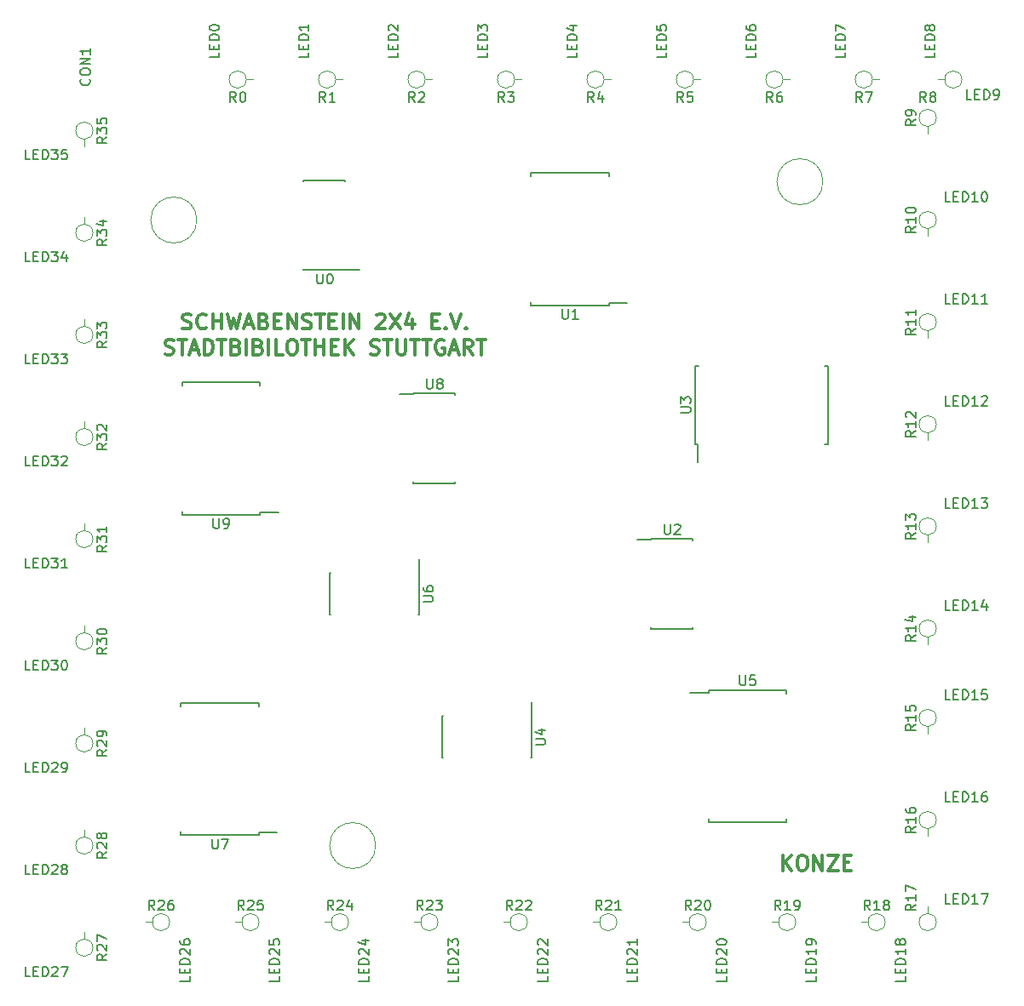
<source format=gto>
G04 #@! TF.FileFunction,Legend,Top*
%FSLAX46Y46*%
G04 Gerber Fmt 4.6, Leading zero omitted, Abs format (unit mm)*
G04 Created by KiCad (PCBNEW 4.0.6) date 2017 June 23, Friday 17:45:36*
%MOMM*%
%LPD*%
G01*
G04 APERTURE LIST*
%ADD10C,0.200000*%
%ADD11C,0.300000*%
%ADD12C,0.120000*%
%ADD13C,0.150000*%
G04 APERTURE END LIST*
D10*
D11*
X141803857Y-123106571D02*
X141803857Y-121606571D01*
X142661000Y-123106571D02*
X142018143Y-122249429D01*
X142661000Y-121606571D02*
X141803857Y-122463714D01*
X143589571Y-121606571D02*
X143875285Y-121606571D01*
X144018143Y-121678000D01*
X144161000Y-121820857D01*
X144232428Y-122106571D01*
X144232428Y-122606571D01*
X144161000Y-122892286D01*
X144018143Y-123035143D01*
X143875285Y-123106571D01*
X143589571Y-123106571D01*
X143446714Y-123035143D01*
X143303857Y-122892286D01*
X143232428Y-122606571D01*
X143232428Y-122106571D01*
X143303857Y-121820857D01*
X143446714Y-121678000D01*
X143589571Y-121606571D01*
X144875286Y-123106571D02*
X144875286Y-121606571D01*
X145732429Y-123106571D01*
X145732429Y-121606571D01*
X146303858Y-121606571D02*
X147303858Y-121606571D01*
X146303858Y-123106571D01*
X147303858Y-123106571D01*
X147875286Y-122320857D02*
X148375286Y-122320857D01*
X148589572Y-123106571D02*
X147875286Y-123106571D01*
X147875286Y-121606571D01*
X148589572Y-121606571D01*
X82158857Y-69182143D02*
X82373143Y-69253571D01*
X82730286Y-69253571D01*
X82873143Y-69182143D01*
X82944572Y-69110714D01*
X83016000Y-68967857D01*
X83016000Y-68825000D01*
X82944572Y-68682143D01*
X82873143Y-68610714D01*
X82730286Y-68539286D01*
X82444572Y-68467857D01*
X82301714Y-68396429D01*
X82230286Y-68325000D01*
X82158857Y-68182143D01*
X82158857Y-68039286D01*
X82230286Y-67896429D01*
X82301714Y-67825000D01*
X82444572Y-67753571D01*
X82801714Y-67753571D01*
X83016000Y-67825000D01*
X84516000Y-69110714D02*
X84444571Y-69182143D01*
X84230285Y-69253571D01*
X84087428Y-69253571D01*
X83873143Y-69182143D01*
X83730285Y-69039286D01*
X83658857Y-68896429D01*
X83587428Y-68610714D01*
X83587428Y-68396429D01*
X83658857Y-68110714D01*
X83730285Y-67967857D01*
X83873143Y-67825000D01*
X84087428Y-67753571D01*
X84230285Y-67753571D01*
X84444571Y-67825000D01*
X84516000Y-67896429D01*
X85158857Y-69253571D02*
X85158857Y-67753571D01*
X85158857Y-68467857D02*
X86016000Y-68467857D01*
X86016000Y-69253571D02*
X86016000Y-67753571D01*
X86587429Y-67753571D02*
X86944572Y-69253571D01*
X87230286Y-68182143D01*
X87516000Y-69253571D01*
X87873143Y-67753571D01*
X88373143Y-68825000D02*
X89087429Y-68825000D01*
X88230286Y-69253571D02*
X88730286Y-67753571D01*
X89230286Y-69253571D01*
X90230286Y-68467857D02*
X90444572Y-68539286D01*
X90516000Y-68610714D01*
X90587429Y-68753571D01*
X90587429Y-68967857D01*
X90516000Y-69110714D01*
X90444572Y-69182143D01*
X90301714Y-69253571D01*
X89730286Y-69253571D01*
X89730286Y-67753571D01*
X90230286Y-67753571D01*
X90373143Y-67825000D01*
X90444572Y-67896429D01*
X90516000Y-68039286D01*
X90516000Y-68182143D01*
X90444572Y-68325000D01*
X90373143Y-68396429D01*
X90230286Y-68467857D01*
X89730286Y-68467857D01*
X91230286Y-68467857D02*
X91730286Y-68467857D01*
X91944572Y-69253571D02*
X91230286Y-69253571D01*
X91230286Y-67753571D01*
X91944572Y-67753571D01*
X92587429Y-69253571D02*
X92587429Y-67753571D01*
X93444572Y-69253571D01*
X93444572Y-67753571D01*
X94087429Y-69182143D02*
X94301715Y-69253571D01*
X94658858Y-69253571D01*
X94801715Y-69182143D01*
X94873144Y-69110714D01*
X94944572Y-68967857D01*
X94944572Y-68825000D01*
X94873144Y-68682143D01*
X94801715Y-68610714D01*
X94658858Y-68539286D01*
X94373144Y-68467857D01*
X94230286Y-68396429D01*
X94158858Y-68325000D01*
X94087429Y-68182143D01*
X94087429Y-68039286D01*
X94158858Y-67896429D01*
X94230286Y-67825000D01*
X94373144Y-67753571D01*
X94730286Y-67753571D01*
X94944572Y-67825000D01*
X95373143Y-67753571D02*
X96230286Y-67753571D01*
X95801715Y-69253571D02*
X95801715Y-67753571D01*
X96730286Y-68467857D02*
X97230286Y-68467857D01*
X97444572Y-69253571D02*
X96730286Y-69253571D01*
X96730286Y-67753571D01*
X97444572Y-67753571D01*
X98087429Y-69253571D02*
X98087429Y-67753571D01*
X98801715Y-69253571D02*
X98801715Y-67753571D01*
X99658858Y-69253571D01*
X99658858Y-67753571D01*
X101444572Y-67896429D02*
X101516001Y-67825000D01*
X101658858Y-67753571D01*
X102016001Y-67753571D01*
X102158858Y-67825000D01*
X102230287Y-67896429D01*
X102301715Y-68039286D01*
X102301715Y-68182143D01*
X102230287Y-68396429D01*
X101373144Y-69253571D01*
X102301715Y-69253571D01*
X102801715Y-67753571D02*
X103801715Y-69253571D01*
X103801715Y-67753571D02*
X102801715Y-69253571D01*
X105016000Y-68253571D02*
X105016000Y-69253571D01*
X104658857Y-67682143D02*
X104301714Y-68753571D01*
X105230286Y-68753571D01*
X106944571Y-68467857D02*
X107444571Y-68467857D01*
X107658857Y-69253571D02*
X106944571Y-69253571D01*
X106944571Y-67753571D01*
X107658857Y-67753571D01*
X108301714Y-69110714D02*
X108373142Y-69182143D01*
X108301714Y-69253571D01*
X108230285Y-69182143D01*
X108301714Y-69110714D01*
X108301714Y-69253571D01*
X108801714Y-67753571D02*
X109301714Y-69253571D01*
X109801714Y-67753571D01*
X110301714Y-69110714D02*
X110373142Y-69182143D01*
X110301714Y-69253571D01*
X110230285Y-69182143D01*
X110301714Y-69110714D01*
X110301714Y-69253571D01*
X80408857Y-71732143D02*
X80623143Y-71803571D01*
X80980286Y-71803571D01*
X81123143Y-71732143D01*
X81194572Y-71660714D01*
X81266000Y-71517857D01*
X81266000Y-71375000D01*
X81194572Y-71232143D01*
X81123143Y-71160714D01*
X80980286Y-71089286D01*
X80694572Y-71017857D01*
X80551714Y-70946429D01*
X80480286Y-70875000D01*
X80408857Y-70732143D01*
X80408857Y-70589286D01*
X80480286Y-70446429D01*
X80551714Y-70375000D01*
X80694572Y-70303571D01*
X81051714Y-70303571D01*
X81266000Y-70375000D01*
X81694571Y-70303571D02*
X82551714Y-70303571D01*
X82123143Y-71803571D02*
X82123143Y-70303571D01*
X82980285Y-71375000D02*
X83694571Y-71375000D01*
X82837428Y-71803571D02*
X83337428Y-70303571D01*
X83837428Y-71803571D01*
X84337428Y-71803571D02*
X84337428Y-70303571D01*
X84694571Y-70303571D01*
X84908856Y-70375000D01*
X85051714Y-70517857D01*
X85123142Y-70660714D01*
X85194571Y-70946429D01*
X85194571Y-71160714D01*
X85123142Y-71446429D01*
X85051714Y-71589286D01*
X84908856Y-71732143D01*
X84694571Y-71803571D01*
X84337428Y-71803571D01*
X85623142Y-70303571D02*
X86480285Y-70303571D01*
X86051714Y-71803571D02*
X86051714Y-70303571D01*
X87480285Y-71017857D02*
X87694571Y-71089286D01*
X87765999Y-71160714D01*
X87837428Y-71303571D01*
X87837428Y-71517857D01*
X87765999Y-71660714D01*
X87694571Y-71732143D01*
X87551713Y-71803571D01*
X86980285Y-71803571D01*
X86980285Y-70303571D01*
X87480285Y-70303571D01*
X87623142Y-70375000D01*
X87694571Y-70446429D01*
X87765999Y-70589286D01*
X87765999Y-70732143D01*
X87694571Y-70875000D01*
X87623142Y-70946429D01*
X87480285Y-71017857D01*
X86980285Y-71017857D01*
X88480285Y-71803571D02*
X88480285Y-70303571D01*
X89694571Y-71017857D02*
X89908857Y-71089286D01*
X89980285Y-71160714D01*
X90051714Y-71303571D01*
X90051714Y-71517857D01*
X89980285Y-71660714D01*
X89908857Y-71732143D01*
X89765999Y-71803571D01*
X89194571Y-71803571D01*
X89194571Y-70303571D01*
X89694571Y-70303571D01*
X89837428Y-70375000D01*
X89908857Y-70446429D01*
X89980285Y-70589286D01*
X89980285Y-70732143D01*
X89908857Y-70875000D01*
X89837428Y-70946429D01*
X89694571Y-71017857D01*
X89194571Y-71017857D01*
X90694571Y-71803571D02*
X90694571Y-70303571D01*
X92123143Y-71803571D02*
X91408857Y-71803571D01*
X91408857Y-70303571D01*
X92908857Y-70303571D02*
X93194571Y-70303571D01*
X93337429Y-70375000D01*
X93480286Y-70517857D01*
X93551714Y-70803571D01*
X93551714Y-71303571D01*
X93480286Y-71589286D01*
X93337429Y-71732143D01*
X93194571Y-71803571D01*
X92908857Y-71803571D01*
X92766000Y-71732143D01*
X92623143Y-71589286D01*
X92551714Y-71303571D01*
X92551714Y-70803571D01*
X92623143Y-70517857D01*
X92766000Y-70375000D01*
X92908857Y-70303571D01*
X93980286Y-70303571D02*
X94837429Y-70303571D01*
X94408858Y-71803571D02*
X94408858Y-70303571D01*
X95337429Y-71803571D02*
X95337429Y-70303571D01*
X95337429Y-71017857D02*
X96194572Y-71017857D01*
X96194572Y-71803571D02*
X96194572Y-70303571D01*
X96908858Y-71017857D02*
X97408858Y-71017857D01*
X97623144Y-71803571D02*
X96908858Y-71803571D01*
X96908858Y-70303571D01*
X97623144Y-70303571D01*
X98266001Y-71803571D02*
X98266001Y-70303571D01*
X99123144Y-71803571D02*
X98480287Y-70946429D01*
X99123144Y-70303571D02*
X98266001Y-71160714D01*
X100837429Y-71732143D02*
X101051715Y-71803571D01*
X101408858Y-71803571D01*
X101551715Y-71732143D01*
X101623144Y-71660714D01*
X101694572Y-71517857D01*
X101694572Y-71375000D01*
X101623144Y-71232143D01*
X101551715Y-71160714D01*
X101408858Y-71089286D01*
X101123144Y-71017857D01*
X100980286Y-70946429D01*
X100908858Y-70875000D01*
X100837429Y-70732143D01*
X100837429Y-70589286D01*
X100908858Y-70446429D01*
X100980286Y-70375000D01*
X101123144Y-70303571D01*
X101480286Y-70303571D01*
X101694572Y-70375000D01*
X102123143Y-70303571D02*
X102980286Y-70303571D01*
X102551715Y-71803571D02*
X102551715Y-70303571D01*
X103480286Y-70303571D02*
X103480286Y-71517857D01*
X103551714Y-71660714D01*
X103623143Y-71732143D01*
X103766000Y-71803571D01*
X104051714Y-71803571D01*
X104194572Y-71732143D01*
X104266000Y-71660714D01*
X104337429Y-71517857D01*
X104337429Y-70303571D01*
X104837429Y-70303571D02*
X105694572Y-70303571D01*
X105266001Y-71803571D02*
X105266001Y-70303571D01*
X105980286Y-70303571D02*
X106837429Y-70303571D01*
X106408858Y-71803571D02*
X106408858Y-70303571D01*
X108123143Y-70375000D02*
X107980286Y-70303571D01*
X107766000Y-70303571D01*
X107551715Y-70375000D01*
X107408857Y-70517857D01*
X107337429Y-70660714D01*
X107266000Y-70946429D01*
X107266000Y-71160714D01*
X107337429Y-71446429D01*
X107408857Y-71589286D01*
X107551715Y-71732143D01*
X107766000Y-71803571D01*
X107908857Y-71803571D01*
X108123143Y-71732143D01*
X108194572Y-71660714D01*
X108194572Y-71160714D01*
X107908857Y-71160714D01*
X108766000Y-71375000D02*
X109480286Y-71375000D01*
X108623143Y-71803571D02*
X109123143Y-70303571D01*
X109623143Y-71803571D01*
X110980286Y-71803571D02*
X110480286Y-71089286D01*
X110123143Y-71803571D02*
X110123143Y-70303571D01*
X110694571Y-70303571D01*
X110837429Y-70375000D01*
X110908857Y-70446429D01*
X110980286Y-70589286D01*
X110980286Y-70803571D01*
X110908857Y-70946429D01*
X110837429Y-71017857D01*
X110694571Y-71089286D01*
X110123143Y-71089286D01*
X111408857Y-70303571D02*
X112266000Y-70303571D01*
X111837429Y-71803571D02*
X111837429Y-70303571D01*
D12*
X88490000Y-44450000D02*
G75*
G03X88490000Y-44450000I-860000J0D01*
G01*
X88490000Y-44450000D02*
X89170000Y-44450000D01*
X97380000Y-44450000D02*
G75*
G03X97380000Y-44450000I-860000J0D01*
G01*
X97380000Y-44450000D02*
X98060000Y-44450000D01*
X106270000Y-44450000D02*
G75*
G03X106270000Y-44450000I-860000J0D01*
G01*
X106270000Y-44450000D02*
X106950000Y-44450000D01*
X115160000Y-44450000D02*
G75*
G03X115160000Y-44450000I-860000J0D01*
G01*
X115160000Y-44450000D02*
X115840000Y-44450000D01*
X124050000Y-44450000D02*
G75*
G03X124050000Y-44450000I-860000J0D01*
G01*
X124050000Y-44450000D02*
X124730000Y-44450000D01*
X132940000Y-44450000D02*
G75*
G03X132940000Y-44450000I-860000J0D01*
G01*
X132940000Y-44450000D02*
X133620000Y-44450000D01*
X141830000Y-44450000D02*
G75*
G03X141830000Y-44450000I-860000J0D01*
G01*
X141830000Y-44450000D02*
X142510000Y-44450000D01*
X150720000Y-44450000D02*
G75*
G03X150720000Y-44450000I-860000J0D01*
G01*
X150720000Y-44450000D02*
X151400000Y-44450000D01*
X159610000Y-44450000D02*
G75*
G03X159610000Y-44450000I-860000J0D01*
G01*
X157890000Y-44450000D02*
X157210000Y-44450000D01*
X157070000Y-48260000D02*
G75*
G03X157070000Y-48260000I-860000J0D01*
G01*
X156210000Y-49120000D02*
X156210000Y-49800000D01*
X157070000Y-58420000D02*
G75*
G03X157070000Y-58420000I-860000J0D01*
G01*
X156210000Y-59280000D02*
X156210000Y-59960000D01*
X157070000Y-68580000D02*
G75*
G03X157070000Y-68580000I-860000J0D01*
G01*
X156210000Y-69440000D02*
X156210000Y-70120000D01*
X157070000Y-78740000D02*
G75*
G03X157070000Y-78740000I-860000J0D01*
G01*
X156210000Y-79600000D02*
X156210000Y-80280000D01*
X157070000Y-88900000D02*
G75*
G03X157070000Y-88900000I-860000J0D01*
G01*
X156210000Y-89760000D02*
X156210000Y-90440000D01*
X157070000Y-99060000D02*
G75*
G03X157070000Y-99060000I-860000J0D01*
G01*
X156210000Y-99920000D02*
X156210000Y-100600000D01*
X157070000Y-107950000D02*
G75*
G03X157070000Y-107950000I-860000J0D01*
G01*
X156210000Y-108810000D02*
X156210000Y-109490000D01*
X157070000Y-118110000D02*
G75*
G03X157070000Y-118110000I-860000J0D01*
G01*
X156210000Y-118970000D02*
X156210000Y-119650000D01*
X157070000Y-128270000D02*
G75*
G03X157070000Y-128270000I-860000J0D01*
G01*
X156210000Y-127410000D02*
X156210000Y-126730000D01*
X151990000Y-128270000D02*
G75*
G03X151990000Y-128270000I-860000J0D01*
G01*
X150270000Y-128270000D02*
X149590000Y-128270000D01*
X143100000Y-128270000D02*
G75*
G03X143100000Y-128270000I-860000J0D01*
G01*
X141380000Y-128270000D02*
X140700000Y-128270000D01*
X134210000Y-128270000D02*
G75*
G03X134210000Y-128270000I-860000J0D01*
G01*
X132490000Y-128270000D02*
X131810000Y-128270000D01*
X125320000Y-128270000D02*
G75*
G03X125320000Y-128270000I-860000J0D01*
G01*
X123600000Y-128270000D02*
X122920000Y-128270000D01*
X116430000Y-128270000D02*
G75*
G03X116430000Y-128270000I-860000J0D01*
G01*
X114710000Y-128270000D02*
X114030000Y-128270000D01*
X107540000Y-128270000D02*
G75*
G03X107540000Y-128270000I-860000J0D01*
G01*
X105820000Y-128270000D02*
X105140000Y-128270000D01*
X98650000Y-128270000D02*
G75*
G03X98650000Y-128270000I-860000J0D01*
G01*
X96930000Y-128270000D02*
X96250000Y-128270000D01*
X89760000Y-128270000D02*
G75*
G03X89760000Y-128270000I-860000J0D01*
G01*
X88040000Y-128270000D02*
X87360000Y-128270000D01*
X80870000Y-128270000D02*
G75*
G03X80870000Y-128270000I-860000J0D01*
G01*
X79150000Y-128270000D02*
X78470000Y-128270000D01*
X73250000Y-130810000D02*
G75*
G03X73250000Y-130810000I-860000J0D01*
G01*
X72390000Y-129950000D02*
X72390000Y-129270000D01*
X73250000Y-120650000D02*
G75*
G03X73250000Y-120650000I-860000J0D01*
G01*
X72390000Y-119790000D02*
X72390000Y-119110000D01*
X73250000Y-110490000D02*
G75*
G03X73250000Y-110490000I-860000J0D01*
G01*
X72390000Y-109630000D02*
X72390000Y-108950000D01*
X73250000Y-100330000D02*
G75*
G03X73250000Y-100330000I-860000J0D01*
G01*
X72390000Y-99470000D02*
X72390000Y-98790000D01*
X73250000Y-90170000D02*
G75*
G03X73250000Y-90170000I-860000J0D01*
G01*
X72390000Y-89310000D02*
X72390000Y-88630000D01*
X73250000Y-80010000D02*
G75*
G03X73250000Y-80010000I-860000J0D01*
G01*
X72390000Y-79150000D02*
X72390000Y-78470000D01*
X73250000Y-69850000D02*
G75*
G03X73250000Y-69850000I-860000J0D01*
G01*
X72390000Y-68990000D02*
X72390000Y-68310000D01*
X73250000Y-59690000D02*
G75*
G03X73250000Y-59690000I-860000J0D01*
G01*
X72390000Y-58830000D02*
X72390000Y-58150000D01*
X73250000Y-49530000D02*
G75*
G03X73250000Y-49530000I-860000J0D01*
G01*
X72390000Y-50390000D02*
X72390000Y-51070000D01*
D13*
X105669000Y-93556000D02*
X105644000Y-93556000D01*
X105669000Y-97706000D02*
X105554000Y-97706000D01*
X96769000Y-97706000D02*
X96884000Y-97706000D01*
X96769000Y-93556000D02*
X96884000Y-93556000D01*
X105669000Y-93556000D02*
X105669000Y-97706000D01*
X96769000Y-93556000D02*
X96769000Y-97706000D01*
X105644000Y-93556000D02*
X105644000Y-92181000D01*
X105113000Y-75687000D02*
X105113000Y-75712000D01*
X109263000Y-75687000D02*
X109263000Y-75802000D01*
X109263000Y-84587000D02*
X109263000Y-84472000D01*
X105113000Y-84587000D02*
X105113000Y-84472000D01*
X105113000Y-75687000D02*
X109263000Y-75687000D01*
X105113000Y-84587000D02*
X109263000Y-84587000D01*
X105113000Y-75712000D02*
X103738000Y-75712000D01*
X116845000Y-107780000D02*
X116820000Y-107780000D01*
X116845000Y-111930000D02*
X116730000Y-111930000D01*
X107945000Y-111930000D02*
X108060000Y-111930000D01*
X107945000Y-107780000D02*
X108060000Y-107780000D01*
X116845000Y-107780000D02*
X116845000Y-111930000D01*
X107945000Y-107780000D02*
X107945000Y-111930000D01*
X116820000Y-107780000D02*
X116820000Y-106405000D01*
X98341000Y-63378000D02*
X98341000Y-63353000D01*
X94191000Y-63378000D02*
X94191000Y-63263000D01*
X94191000Y-54478000D02*
X94191000Y-54593000D01*
X98341000Y-54478000D02*
X98341000Y-54593000D01*
X98341000Y-63378000D02*
X94191000Y-63378000D01*
X98341000Y-54478000D02*
X94191000Y-54478000D01*
X98341000Y-63353000D02*
X99716000Y-63353000D01*
X128735000Y-90165000D02*
X128735000Y-90190000D01*
X132885000Y-90165000D02*
X132885000Y-90280000D01*
X132885000Y-99065000D02*
X132885000Y-98950000D01*
X128735000Y-99065000D02*
X128735000Y-98950000D01*
X128735000Y-90165000D02*
X132885000Y-90165000D01*
X128735000Y-99065000D02*
X132885000Y-99065000D01*
X128735000Y-90190000D02*
X127360000Y-90190000D01*
X89854000Y-87728000D02*
X89854000Y-87478000D01*
X82104000Y-87728000D02*
X82104000Y-87393000D01*
X82104000Y-74578000D02*
X82104000Y-74913000D01*
X89854000Y-74578000D02*
X89854000Y-74913000D01*
X89854000Y-87728000D02*
X82104000Y-87728000D01*
X89854000Y-74578000D02*
X82104000Y-74578000D01*
X89854000Y-87478000D02*
X91654000Y-87478000D01*
X124525000Y-66900000D02*
X124525000Y-66650000D01*
X116775000Y-66900000D02*
X116775000Y-66565000D01*
X116775000Y-53750000D02*
X116775000Y-54085000D01*
X124525000Y-53750000D02*
X124525000Y-54085000D01*
X124525000Y-66900000D02*
X116775000Y-66900000D01*
X124525000Y-53750000D02*
X116775000Y-53750000D01*
X124525000Y-66650000D02*
X126325000Y-66650000D01*
X133125000Y-80710000D02*
X133375000Y-80710000D01*
X133125000Y-72960000D02*
X133460000Y-72960000D01*
X146275000Y-72960000D02*
X145940000Y-72960000D01*
X146275000Y-80710000D02*
X145940000Y-80710000D01*
X133125000Y-80710000D02*
X133125000Y-72960000D01*
X146275000Y-80710000D02*
X146275000Y-72960000D01*
X133375000Y-80710000D02*
X133375000Y-82510000D01*
X89727000Y-119605000D02*
X89727000Y-119355000D01*
X81977000Y-119605000D02*
X81977000Y-119270000D01*
X81977000Y-106455000D02*
X81977000Y-106790000D01*
X89727000Y-106455000D02*
X89727000Y-106790000D01*
X89727000Y-119605000D02*
X81977000Y-119605000D01*
X89727000Y-106455000D02*
X81977000Y-106455000D01*
X89727000Y-119355000D02*
X91527000Y-119355000D01*
X134428000Y-105185000D02*
X134428000Y-105435000D01*
X142178000Y-105185000D02*
X142178000Y-105520000D01*
X142178000Y-118335000D02*
X142178000Y-118000000D01*
X134428000Y-118335000D02*
X134428000Y-118000000D01*
X134428000Y-105185000D02*
X142178000Y-105185000D01*
X134428000Y-118335000D02*
X142178000Y-118335000D01*
X134428000Y-105435000D02*
X132628000Y-105435000D01*
D12*
X83566000Y-58420000D02*
G75*
G03X83566000Y-58420000I-2286000J0D01*
G01*
X145796000Y-54610000D02*
G75*
G03X145796000Y-54610000I-2286000J0D01*
G01*
X101346000Y-120650000D02*
G75*
G03X101346000Y-120650000I-2286000J0D01*
G01*
D13*
X87463334Y-46680381D02*
X87130000Y-46204190D01*
X86891905Y-46680381D02*
X86891905Y-45680381D01*
X87272858Y-45680381D01*
X87368096Y-45728000D01*
X87415715Y-45775619D01*
X87463334Y-45870857D01*
X87463334Y-46013714D01*
X87415715Y-46108952D01*
X87368096Y-46156571D01*
X87272858Y-46204190D01*
X86891905Y-46204190D01*
X88082381Y-45680381D02*
X88177620Y-45680381D01*
X88272858Y-45728000D01*
X88320477Y-45775619D01*
X88368096Y-45870857D01*
X88415715Y-46061333D01*
X88415715Y-46299429D01*
X88368096Y-46489905D01*
X88320477Y-46585143D01*
X88272858Y-46632762D01*
X88177620Y-46680381D01*
X88082381Y-46680381D01*
X87987143Y-46632762D01*
X87939524Y-46585143D01*
X87891905Y-46489905D01*
X87844286Y-46299429D01*
X87844286Y-46061333D01*
X87891905Y-45870857D01*
X87939524Y-45775619D01*
X87987143Y-45728000D01*
X88082381Y-45680381D01*
X96353334Y-46680381D02*
X96020000Y-46204190D01*
X95781905Y-46680381D02*
X95781905Y-45680381D01*
X96162858Y-45680381D01*
X96258096Y-45728000D01*
X96305715Y-45775619D01*
X96353334Y-45870857D01*
X96353334Y-46013714D01*
X96305715Y-46108952D01*
X96258096Y-46156571D01*
X96162858Y-46204190D01*
X95781905Y-46204190D01*
X97305715Y-46680381D02*
X96734286Y-46680381D01*
X97020000Y-46680381D02*
X97020000Y-45680381D01*
X96924762Y-45823238D01*
X96829524Y-45918476D01*
X96734286Y-45966095D01*
X105243334Y-46680381D02*
X104910000Y-46204190D01*
X104671905Y-46680381D02*
X104671905Y-45680381D01*
X105052858Y-45680381D01*
X105148096Y-45728000D01*
X105195715Y-45775619D01*
X105243334Y-45870857D01*
X105243334Y-46013714D01*
X105195715Y-46108952D01*
X105148096Y-46156571D01*
X105052858Y-46204190D01*
X104671905Y-46204190D01*
X105624286Y-45775619D02*
X105671905Y-45728000D01*
X105767143Y-45680381D01*
X106005239Y-45680381D01*
X106100477Y-45728000D01*
X106148096Y-45775619D01*
X106195715Y-45870857D01*
X106195715Y-45966095D01*
X106148096Y-46108952D01*
X105576667Y-46680381D01*
X106195715Y-46680381D01*
X114133334Y-46680381D02*
X113800000Y-46204190D01*
X113561905Y-46680381D02*
X113561905Y-45680381D01*
X113942858Y-45680381D01*
X114038096Y-45728000D01*
X114085715Y-45775619D01*
X114133334Y-45870857D01*
X114133334Y-46013714D01*
X114085715Y-46108952D01*
X114038096Y-46156571D01*
X113942858Y-46204190D01*
X113561905Y-46204190D01*
X114466667Y-45680381D02*
X115085715Y-45680381D01*
X114752381Y-46061333D01*
X114895239Y-46061333D01*
X114990477Y-46108952D01*
X115038096Y-46156571D01*
X115085715Y-46251810D01*
X115085715Y-46489905D01*
X115038096Y-46585143D01*
X114990477Y-46632762D01*
X114895239Y-46680381D01*
X114609524Y-46680381D01*
X114514286Y-46632762D01*
X114466667Y-46585143D01*
X123023334Y-46680381D02*
X122690000Y-46204190D01*
X122451905Y-46680381D02*
X122451905Y-45680381D01*
X122832858Y-45680381D01*
X122928096Y-45728000D01*
X122975715Y-45775619D01*
X123023334Y-45870857D01*
X123023334Y-46013714D01*
X122975715Y-46108952D01*
X122928096Y-46156571D01*
X122832858Y-46204190D01*
X122451905Y-46204190D01*
X123880477Y-46013714D02*
X123880477Y-46680381D01*
X123642381Y-45632762D02*
X123404286Y-46347048D01*
X124023334Y-46347048D01*
X131913334Y-46680381D02*
X131580000Y-46204190D01*
X131341905Y-46680381D02*
X131341905Y-45680381D01*
X131722858Y-45680381D01*
X131818096Y-45728000D01*
X131865715Y-45775619D01*
X131913334Y-45870857D01*
X131913334Y-46013714D01*
X131865715Y-46108952D01*
X131818096Y-46156571D01*
X131722858Y-46204190D01*
X131341905Y-46204190D01*
X132818096Y-45680381D02*
X132341905Y-45680381D01*
X132294286Y-46156571D01*
X132341905Y-46108952D01*
X132437143Y-46061333D01*
X132675239Y-46061333D01*
X132770477Y-46108952D01*
X132818096Y-46156571D01*
X132865715Y-46251810D01*
X132865715Y-46489905D01*
X132818096Y-46585143D01*
X132770477Y-46632762D01*
X132675239Y-46680381D01*
X132437143Y-46680381D01*
X132341905Y-46632762D01*
X132294286Y-46585143D01*
X140803334Y-46680381D02*
X140470000Y-46204190D01*
X140231905Y-46680381D02*
X140231905Y-45680381D01*
X140612858Y-45680381D01*
X140708096Y-45728000D01*
X140755715Y-45775619D01*
X140803334Y-45870857D01*
X140803334Y-46013714D01*
X140755715Y-46108952D01*
X140708096Y-46156571D01*
X140612858Y-46204190D01*
X140231905Y-46204190D01*
X141660477Y-45680381D02*
X141470000Y-45680381D01*
X141374762Y-45728000D01*
X141327143Y-45775619D01*
X141231905Y-45918476D01*
X141184286Y-46108952D01*
X141184286Y-46489905D01*
X141231905Y-46585143D01*
X141279524Y-46632762D01*
X141374762Y-46680381D01*
X141565239Y-46680381D01*
X141660477Y-46632762D01*
X141708096Y-46585143D01*
X141755715Y-46489905D01*
X141755715Y-46251810D01*
X141708096Y-46156571D01*
X141660477Y-46108952D01*
X141565239Y-46061333D01*
X141374762Y-46061333D01*
X141279524Y-46108952D01*
X141231905Y-46156571D01*
X141184286Y-46251810D01*
X149693334Y-46680381D02*
X149360000Y-46204190D01*
X149121905Y-46680381D02*
X149121905Y-45680381D01*
X149502858Y-45680381D01*
X149598096Y-45728000D01*
X149645715Y-45775619D01*
X149693334Y-45870857D01*
X149693334Y-46013714D01*
X149645715Y-46108952D01*
X149598096Y-46156571D01*
X149502858Y-46204190D01*
X149121905Y-46204190D01*
X150026667Y-45680381D02*
X150693334Y-45680381D01*
X150264762Y-46680381D01*
X156043334Y-46680381D02*
X155710000Y-46204190D01*
X155471905Y-46680381D02*
X155471905Y-45680381D01*
X155852858Y-45680381D01*
X155948096Y-45728000D01*
X155995715Y-45775619D01*
X156043334Y-45870857D01*
X156043334Y-46013714D01*
X155995715Y-46108952D01*
X155948096Y-46156571D01*
X155852858Y-46204190D01*
X155471905Y-46204190D01*
X156614762Y-46108952D02*
X156519524Y-46061333D01*
X156471905Y-46013714D01*
X156424286Y-45918476D01*
X156424286Y-45870857D01*
X156471905Y-45775619D01*
X156519524Y-45728000D01*
X156614762Y-45680381D01*
X156805239Y-45680381D01*
X156900477Y-45728000D01*
X156948096Y-45775619D01*
X156995715Y-45870857D01*
X156995715Y-45918476D01*
X156948096Y-46013714D01*
X156900477Y-46061333D01*
X156805239Y-46108952D01*
X156614762Y-46108952D01*
X156519524Y-46156571D01*
X156471905Y-46204190D01*
X156424286Y-46299429D01*
X156424286Y-46489905D01*
X156471905Y-46585143D01*
X156519524Y-46632762D01*
X156614762Y-46680381D01*
X156805239Y-46680381D01*
X156900477Y-46632762D01*
X156948096Y-46585143D01*
X156995715Y-46489905D01*
X156995715Y-46299429D01*
X156948096Y-46204190D01*
X156900477Y-46156571D01*
X156805239Y-46108952D01*
X155011381Y-48426666D02*
X154535190Y-48760000D01*
X155011381Y-48998095D02*
X154011381Y-48998095D01*
X154011381Y-48617142D01*
X154059000Y-48521904D01*
X154106619Y-48474285D01*
X154201857Y-48426666D01*
X154344714Y-48426666D01*
X154439952Y-48474285D01*
X154487571Y-48521904D01*
X154535190Y-48617142D01*
X154535190Y-48998095D01*
X155011381Y-47950476D02*
X155011381Y-47760000D01*
X154963762Y-47664761D01*
X154916143Y-47617142D01*
X154773286Y-47521904D01*
X154582810Y-47474285D01*
X154201857Y-47474285D01*
X154106619Y-47521904D01*
X154059000Y-47569523D01*
X154011381Y-47664761D01*
X154011381Y-47855238D01*
X154059000Y-47950476D01*
X154106619Y-47998095D01*
X154201857Y-48045714D01*
X154439952Y-48045714D01*
X154535190Y-47998095D01*
X154582810Y-47950476D01*
X154630429Y-47855238D01*
X154630429Y-47664761D01*
X154582810Y-47569523D01*
X154535190Y-47521904D01*
X154439952Y-47474285D01*
X155011381Y-59062857D02*
X154535190Y-59396191D01*
X155011381Y-59634286D02*
X154011381Y-59634286D01*
X154011381Y-59253333D01*
X154059000Y-59158095D01*
X154106619Y-59110476D01*
X154201857Y-59062857D01*
X154344714Y-59062857D01*
X154439952Y-59110476D01*
X154487571Y-59158095D01*
X154535190Y-59253333D01*
X154535190Y-59634286D01*
X155011381Y-58110476D02*
X155011381Y-58681905D01*
X155011381Y-58396191D02*
X154011381Y-58396191D01*
X154154238Y-58491429D01*
X154249476Y-58586667D01*
X154297095Y-58681905D01*
X154011381Y-57491429D02*
X154011381Y-57396190D01*
X154059000Y-57300952D01*
X154106619Y-57253333D01*
X154201857Y-57205714D01*
X154392333Y-57158095D01*
X154630429Y-57158095D01*
X154820905Y-57205714D01*
X154916143Y-57253333D01*
X154963762Y-57300952D01*
X155011381Y-57396190D01*
X155011381Y-57491429D01*
X154963762Y-57586667D01*
X154916143Y-57634286D01*
X154820905Y-57681905D01*
X154630429Y-57729524D01*
X154392333Y-57729524D01*
X154201857Y-57681905D01*
X154106619Y-57634286D01*
X154059000Y-57586667D01*
X154011381Y-57491429D01*
X155011381Y-69222857D02*
X154535190Y-69556191D01*
X155011381Y-69794286D02*
X154011381Y-69794286D01*
X154011381Y-69413333D01*
X154059000Y-69318095D01*
X154106619Y-69270476D01*
X154201857Y-69222857D01*
X154344714Y-69222857D01*
X154439952Y-69270476D01*
X154487571Y-69318095D01*
X154535190Y-69413333D01*
X154535190Y-69794286D01*
X155011381Y-68270476D02*
X155011381Y-68841905D01*
X155011381Y-68556191D02*
X154011381Y-68556191D01*
X154154238Y-68651429D01*
X154249476Y-68746667D01*
X154297095Y-68841905D01*
X155011381Y-67318095D02*
X155011381Y-67889524D01*
X155011381Y-67603810D02*
X154011381Y-67603810D01*
X154154238Y-67699048D01*
X154249476Y-67794286D01*
X154297095Y-67889524D01*
X155011381Y-79382857D02*
X154535190Y-79716191D01*
X155011381Y-79954286D02*
X154011381Y-79954286D01*
X154011381Y-79573333D01*
X154059000Y-79478095D01*
X154106619Y-79430476D01*
X154201857Y-79382857D01*
X154344714Y-79382857D01*
X154439952Y-79430476D01*
X154487571Y-79478095D01*
X154535190Y-79573333D01*
X154535190Y-79954286D01*
X155011381Y-78430476D02*
X155011381Y-79001905D01*
X155011381Y-78716191D02*
X154011381Y-78716191D01*
X154154238Y-78811429D01*
X154249476Y-78906667D01*
X154297095Y-79001905D01*
X154106619Y-78049524D02*
X154059000Y-78001905D01*
X154011381Y-77906667D01*
X154011381Y-77668571D01*
X154059000Y-77573333D01*
X154106619Y-77525714D01*
X154201857Y-77478095D01*
X154297095Y-77478095D01*
X154439952Y-77525714D01*
X155011381Y-78097143D01*
X155011381Y-77478095D01*
X155011381Y-89542857D02*
X154535190Y-89876191D01*
X155011381Y-90114286D02*
X154011381Y-90114286D01*
X154011381Y-89733333D01*
X154059000Y-89638095D01*
X154106619Y-89590476D01*
X154201857Y-89542857D01*
X154344714Y-89542857D01*
X154439952Y-89590476D01*
X154487571Y-89638095D01*
X154535190Y-89733333D01*
X154535190Y-90114286D01*
X155011381Y-88590476D02*
X155011381Y-89161905D01*
X155011381Y-88876191D02*
X154011381Y-88876191D01*
X154154238Y-88971429D01*
X154249476Y-89066667D01*
X154297095Y-89161905D01*
X154011381Y-88257143D02*
X154011381Y-87638095D01*
X154392333Y-87971429D01*
X154392333Y-87828571D01*
X154439952Y-87733333D01*
X154487571Y-87685714D01*
X154582810Y-87638095D01*
X154820905Y-87638095D01*
X154916143Y-87685714D01*
X154963762Y-87733333D01*
X155011381Y-87828571D01*
X155011381Y-88114286D01*
X154963762Y-88209524D01*
X154916143Y-88257143D01*
X155011381Y-99702857D02*
X154535190Y-100036191D01*
X155011381Y-100274286D02*
X154011381Y-100274286D01*
X154011381Y-99893333D01*
X154059000Y-99798095D01*
X154106619Y-99750476D01*
X154201857Y-99702857D01*
X154344714Y-99702857D01*
X154439952Y-99750476D01*
X154487571Y-99798095D01*
X154535190Y-99893333D01*
X154535190Y-100274286D01*
X155011381Y-98750476D02*
X155011381Y-99321905D01*
X155011381Y-99036191D02*
X154011381Y-99036191D01*
X154154238Y-99131429D01*
X154249476Y-99226667D01*
X154297095Y-99321905D01*
X154344714Y-97893333D02*
X155011381Y-97893333D01*
X153963762Y-98131429D02*
X154678048Y-98369524D01*
X154678048Y-97750476D01*
X155011381Y-108592857D02*
X154535190Y-108926191D01*
X155011381Y-109164286D02*
X154011381Y-109164286D01*
X154011381Y-108783333D01*
X154059000Y-108688095D01*
X154106619Y-108640476D01*
X154201857Y-108592857D01*
X154344714Y-108592857D01*
X154439952Y-108640476D01*
X154487571Y-108688095D01*
X154535190Y-108783333D01*
X154535190Y-109164286D01*
X155011381Y-107640476D02*
X155011381Y-108211905D01*
X155011381Y-107926191D02*
X154011381Y-107926191D01*
X154154238Y-108021429D01*
X154249476Y-108116667D01*
X154297095Y-108211905D01*
X154011381Y-106735714D02*
X154011381Y-107211905D01*
X154487571Y-107259524D01*
X154439952Y-107211905D01*
X154392333Y-107116667D01*
X154392333Y-106878571D01*
X154439952Y-106783333D01*
X154487571Y-106735714D01*
X154582810Y-106688095D01*
X154820905Y-106688095D01*
X154916143Y-106735714D01*
X154963762Y-106783333D01*
X155011381Y-106878571D01*
X155011381Y-107116667D01*
X154963762Y-107211905D01*
X154916143Y-107259524D01*
X155011381Y-118752857D02*
X154535190Y-119086191D01*
X155011381Y-119324286D02*
X154011381Y-119324286D01*
X154011381Y-118943333D01*
X154059000Y-118848095D01*
X154106619Y-118800476D01*
X154201857Y-118752857D01*
X154344714Y-118752857D01*
X154439952Y-118800476D01*
X154487571Y-118848095D01*
X154535190Y-118943333D01*
X154535190Y-119324286D01*
X155011381Y-117800476D02*
X155011381Y-118371905D01*
X155011381Y-118086191D02*
X154011381Y-118086191D01*
X154154238Y-118181429D01*
X154249476Y-118276667D01*
X154297095Y-118371905D01*
X154011381Y-116943333D02*
X154011381Y-117133810D01*
X154059000Y-117229048D01*
X154106619Y-117276667D01*
X154249476Y-117371905D01*
X154439952Y-117419524D01*
X154820905Y-117419524D01*
X154916143Y-117371905D01*
X154963762Y-117324286D01*
X155011381Y-117229048D01*
X155011381Y-117038571D01*
X154963762Y-116943333D01*
X154916143Y-116895714D01*
X154820905Y-116848095D01*
X154582810Y-116848095D01*
X154487571Y-116895714D01*
X154439952Y-116943333D01*
X154392333Y-117038571D01*
X154392333Y-117229048D01*
X154439952Y-117324286D01*
X154487571Y-117371905D01*
X154582810Y-117419524D01*
X155011381Y-126499857D02*
X154535190Y-126833191D01*
X155011381Y-127071286D02*
X154011381Y-127071286D01*
X154011381Y-126690333D01*
X154059000Y-126595095D01*
X154106619Y-126547476D01*
X154201857Y-126499857D01*
X154344714Y-126499857D01*
X154439952Y-126547476D01*
X154487571Y-126595095D01*
X154535190Y-126690333D01*
X154535190Y-127071286D01*
X155011381Y-125547476D02*
X155011381Y-126118905D01*
X155011381Y-125833191D02*
X154011381Y-125833191D01*
X154154238Y-125928429D01*
X154249476Y-126023667D01*
X154297095Y-126118905D01*
X154011381Y-125214143D02*
X154011381Y-124547476D01*
X155011381Y-124976048D01*
X150487143Y-127071381D02*
X150153809Y-126595190D01*
X149915714Y-127071381D02*
X149915714Y-126071381D01*
X150296667Y-126071381D01*
X150391905Y-126119000D01*
X150439524Y-126166619D01*
X150487143Y-126261857D01*
X150487143Y-126404714D01*
X150439524Y-126499952D01*
X150391905Y-126547571D01*
X150296667Y-126595190D01*
X149915714Y-126595190D01*
X151439524Y-127071381D02*
X150868095Y-127071381D01*
X151153809Y-127071381D02*
X151153809Y-126071381D01*
X151058571Y-126214238D01*
X150963333Y-126309476D01*
X150868095Y-126357095D01*
X152010952Y-126499952D02*
X151915714Y-126452333D01*
X151868095Y-126404714D01*
X151820476Y-126309476D01*
X151820476Y-126261857D01*
X151868095Y-126166619D01*
X151915714Y-126119000D01*
X152010952Y-126071381D01*
X152201429Y-126071381D01*
X152296667Y-126119000D01*
X152344286Y-126166619D01*
X152391905Y-126261857D01*
X152391905Y-126309476D01*
X152344286Y-126404714D01*
X152296667Y-126452333D01*
X152201429Y-126499952D01*
X152010952Y-126499952D01*
X151915714Y-126547571D01*
X151868095Y-126595190D01*
X151820476Y-126690429D01*
X151820476Y-126880905D01*
X151868095Y-126976143D01*
X151915714Y-127023762D01*
X152010952Y-127071381D01*
X152201429Y-127071381D01*
X152296667Y-127023762D01*
X152344286Y-126976143D01*
X152391905Y-126880905D01*
X152391905Y-126690429D01*
X152344286Y-126595190D01*
X152296667Y-126547571D01*
X152201429Y-126499952D01*
X141597143Y-127071381D02*
X141263809Y-126595190D01*
X141025714Y-127071381D02*
X141025714Y-126071381D01*
X141406667Y-126071381D01*
X141501905Y-126119000D01*
X141549524Y-126166619D01*
X141597143Y-126261857D01*
X141597143Y-126404714D01*
X141549524Y-126499952D01*
X141501905Y-126547571D01*
X141406667Y-126595190D01*
X141025714Y-126595190D01*
X142549524Y-127071381D02*
X141978095Y-127071381D01*
X142263809Y-127071381D02*
X142263809Y-126071381D01*
X142168571Y-126214238D01*
X142073333Y-126309476D01*
X141978095Y-126357095D01*
X143025714Y-127071381D02*
X143216190Y-127071381D01*
X143311429Y-127023762D01*
X143359048Y-126976143D01*
X143454286Y-126833286D01*
X143501905Y-126642810D01*
X143501905Y-126261857D01*
X143454286Y-126166619D01*
X143406667Y-126119000D01*
X143311429Y-126071381D01*
X143120952Y-126071381D01*
X143025714Y-126119000D01*
X142978095Y-126166619D01*
X142930476Y-126261857D01*
X142930476Y-126499952D01*
X142978095Y-126595190D01*
X143025714Y-126642810D01*
X143120952Y-126690429D01*
X143311429Y-126690429D01*
X143406667Y-126642810D01*
X143454286Y-126595190D01*
X143501905Y-126499952D01*
X132707143Y-127071381D02*
X132373809Y-126595190D01*
X132135714Y-127071381D02*
X132135714Y-126071381D01*
X132516667Y-126071381D01*
X132611905Y-126119000D01*
X132659524Y-126166619D01*
X132707143Y-126261857D01*
X132707143Y-126404714D01*
X132659524Y-126499952D01*
X132611905Y-126547571D01*
X132516667Y-126595190D01*
X132135714Y-126595190D01*
X133088095Y-126166619D02*
X133135714Y-126119000D01*
X133230952Y-126071381D01*
X133469048Y-126071381D01*
X133564286Y-126119000D01*
X133611905Y-126166619D01*
X133659524Y-126261857D01*
X133659524Y-126357095D01*
X133611905Y-126499952D01*
X133040476Y-127071381D01*
X133659524Y-127071381D01*
X134278571Y-126071381D02*
X134373810Y-126071381D01*
X134469048Y-126119000D01*
X134516667Y-126166619D01*
X134564286Y-126261857D01*
X134611905Y-126452333D01*
X134611905Y-126690429D01*
X134564286Y-126880905D01*
X134516667Y-126976143D01*
X134469048Y-127023762D01*
X134373810Y-127071381D01*
X134278571Y-127071381D01*
X134183333Y-127023762D01*
X134135714Y-126976143D01*
X134088095Y-126880905D01*
X134040476Y-126690429D01*
X134040476Y-126452333D01*
X134088095Y-126261857D01*
X134135714Y-126166619D01*
X134183333Y-126119000D01*
X134278571Y-126071381D01*
X123817143Y-127071381D02*
X123483809Y-126595190D01*
X123245714Y-127071381D02*
X123245714Y-126071381D01*
X123626667Y-126071381D01*
X123721905Y-126119000D01*
X123769524Y-126166619D01*
X123817143Y-126261857D01*
X123817143Y-126404714D01*
X123769524Y-126499952D01*
X123721905Y-126547571D01*
X123626667Y-126595190D01*
X123245714Y-126595190D01*
X124198095Y-126166619D02*
X124245714Y-126119000D01*
X124340952Y-126071381D01*
X124579048Y-126071381D01*
X124674286Y-126119000D01*
X124721905Y-126166619D01*
X124769524Y-126261857D01*
X124769524Y-126357095D01*
X124721905Y-126499952D01*
X124150476Y-127071381D01*
X124769524Y-127071381D01*
X125721905Y-127071381D02*
X125150476Y-127071381D01*
X125436190Y-127071381D02*
X125436190Y-126071381D01*
X125340952Y-126214238D01*
X125245714Y-126309476D01*
X125150476Y-126357095D01*
X114927143Y-127071381D02*
X114593809Y-126595190D01*
X114355714Y-127071381D02*
X114355714Y-126071381D01*
X114736667Y-126071381D01*
X114831905Y-126119000D01*
X114879524Y-126166619D01*
X114927143Y-126261857D01*
X114927143Y-126404714D01*
X114879524Y-126499952D01*
X114831905Y-126547571D01*
X114736667Y-126595190D01*
X114355714Y-126595190D01*
X115308095Y-126166619D02*
X115355714Y-126119000D01*
X115450952Y-126071381D01*
X115689048Y-126071381D01*
X115784286Y-126119000D01*
X115831905Y-126166619D01*
X115879524Y-126261857D01*
X115879524Y-126357095D01*
X115831905Y-126499952D01*
X115260476Y-127071381D01*
X115879524Y-127071381D01*
X116260476Y-126166619D02*
X116308095Y-126119000D01*
X116403333Y-126071381D01*
X116641429Y-126071381D01*
X116736667Y-126119000D01*
X116784286Y-126166619D01*
X116831905Y-126261857D01*
X116831905Y-126357095D01*
X116784286Y-126499952D01*
X116212857Y-127071381D01*
X116831905Y-127071381D01*
X106037143Y-127071381D02*
X105703809Y-126595190D01*
X105465714Y-127071381D02*
X105465714Y-126071381D01*
X105846667Y-126071381D01*
X105941905Y-126119000D01*
X105989524Y-126166619D01*
X106037143Y-126261857D01*
X106037143Y-126404714D01*
X105989524Y-126499952D01*
X105941905Y-126547571D01*
X105846667Y-126595190D01*
X105465714Y-126595190D01*
X106418095Y-126166619D02*
X106465714Y-126119000D01*
X106560952Y-126071381D01*
X106799048Y-126071381D01*
X106894286Y-126119000D01*
X106941905Y-126166619D01*
X106989524Y-126261857D01*
X106989524Y-126357095D01*
X106941905Y-126499952D01*
X106370476Y-127071381D01*
X106989524Y-127071381D01*
X107322857Y-126071381D02*
X107941905Y-126071381D01*
X107608571Y-126452333D01*
X107751429Y-126452333D01*
X107846667Y-126499952D01*
X107894286Y-126547571D01*
X107941905Y-126642810D01*
X107941905Y-126880905D01*
X107894286Y-126976143D01*
X107846667Y-127023762D01*
X107751429Y-127071381D01*
X107465714Y-127071381D01*
X107370476Y-127023762D01*
X107322857Y-126976143D01*
X97147143Y-127071381D02*
X96813809Y-126595190D01*
X96575714Y-127071381D02*
X96575714Y-126071381D01*
X96956667Y-126071381D01*
X97051905Y-126119000D01*
X97099524Y-126166619D01*
X97147143Y-126261857D01*
X97147143Y-126404714D01*
X97099524Y-126499952D01*
X97051905Y-126547571D01*
X96956667Y-126595190D01*
X96575714Y-126595190D01*
X97528095Y-126166619D02*
X97575714Y-126119000D01*
X97670952Y-126071381D01*
X97909048Y-126071381D01*
X98004286Y-126119000D01*
X98051905Y-126166619D01*
X98099524Y-126261857D01*
X98099524Y-126357095D01*
X98051905Y-126499952D01*
X97480476Y-127071381D01*
X98099524Y-127071381D01*
X98956667Y-126404714D02*
X98956667Y-127071381D01*
X98718571Y-126023762D02*
X98480476Y-126738048D01*
X99099524Y-126738048D01*
X88257143Y-127071381D02*
X87923809Y-126595190D01*
X87685714Y-127071381D02*
X87685714Y-126071381D01*
X88066667Y-126071381D01*
X88161905Y-126119000D01*
X88209524Y-126166619D01*
X88257143Y-126261857D01*
X88257143Y-126404714D01*
X88209524Y-126499952D01*
X88161905Y-126547571D01*
X88066667Y-126595190D01*
X87685714Y-126595190D01*
X88638095Y-126166619D02*
X88685714Y-126119000D01*
X88780952Y-126071381D01*
X89019048Y-126071381D01*
X89114286Y-126119000D01*
X89161905Y-126166619D01*
X89209524Y-126261857D01*
X89209524Y-126357095D01*
X89161905Y-126499952D01*
X88590476Y-127071381D01*
X89209524Y-127071381D01*
X90114286Y-126071381D02*
X89638095Y-126071381D01*
X89590476Y-126547571D01*
X89638095Y-126499952D01*
X89733333Y-126452333D01*
X89971429Y-126452333D01*
X90066667Y-126499952D01*
X90114286Y-126547571D01*
X90161905Y-126642810D01*
X90161905Y-126880905D01*
X90114286Y-126976143D01*
X90066667Y-127023762D01*
X89971429Y-127071381D01*
X89733333Y-127071381D01*
X89638095Y-127023762D01*
X89590476Y-126976143D01*
X79367143Y-127071381D02*
X79033809Y-126595190D01*
X78795714Y-127071381D02*
X78795714Y-126071381D01*
X79176667Y-126071381D01*
X79271905Y-126119000D01*
X79319524Y-126166619D01*
X79367143Y-126261857D01*
X79367143Y-126404714D01*
X79319524Y-126499952D01*
X79271905Y-126547571D01*
X79176667Y-126595190D01*
X78795714Y-126595190D01*
X79748095Y-126166619D02*
X79795714Y-126119000D01*
X79890952Y-126071381D01*
X80129048Y-126071381D01*
X80224286Y-126119000D01*
X80271905Y-126166619D01*
X80319524Y-126261857D01*
X80319524Y-126357095D01*
X80271905Y-126499952D01*
X79700476Y-127071381D01*
X80319524Y-127071381D01*
X81176667Y-126071381D02*
X80986190Y-126071381D01*
X80890952Y-126119000D01*
X80843333Y-126166619D01*
X80748095Y-126309476D01*
X80700476Y-126499952D01*
X80700476Y-126880905D01*
X80748095Y-126976143D01*
X80795714Y-127023762D01*
X80890952Y-127071381D01*
X81081429Y-127071381D01*
X81176667Y-127023762D01*
X81224286Y-126976143D01*
X81271905Y-126880905D01*
X81271905Y-126642810D01*
X81224286Y-126547571D01*
X81176667Y-126499952D01*
X81081429Y-126452333D01*
X80890952Y-126452333D01*
X80795714Y-126499952D01*
X80748095Y-126547571D01*
X80700476Y-126642810D01*
X74620381Y-131452857D02*
X74144190Y-131786191D01*
X74620381Y-132024286D02*
X73620381Y-132024286D01*
X73620381Y-131643333D01*
X73668000Y-131548095D01*
X73715619Y-131500476D01*
X73810857Y-131452857D01*
X73953714Y-131452857D01*
X74048952Y-131500476D01*
X74096571Y-131548095D01*
X74144190Y-131643333D01*
X74144190Y-132024286D01*
X73715619Y-131071905D02*
X73668000Y-131024286D01*
X73620381Y-130929048D01*
X73620381Y-130690952D01*
X73668000Y-130595714D01*
X73715619Y-130548095D01*
X73810857Y-130500476D01*
X73906095Y-130500476D01*
X74048952Y-130548095D01*
X74620381Y-131119524D01*
X74620381Y-130500476D01*
X73620381Y-130167143D02*
X73620381Y-129500476D01*
X74620381Y-129929048D01*
X74620381Y-121292857D02*
X74144190Y-121626191D01*
X74620381Y-121864286D02*
X73620381Y-121864286D01*
X73620381Y-121483333D01*
X73668000Y-121388095D01*
X73715619Y-121340476D01*
X73810857Y-121292857D01*
X73953714Y-121292857D01*
X74048952Y-121340476D01*
X74096571Y-121388095D01*
X74144190Y-121483333D01*
X74144190Y-121864286D01*
X73715619Y-120911905D02*
X73668000Y-120864286D01*
X73620381Y-120769048D01*
X73620381Y-120530952D01*
X73668000Y-120435714D01*
X73715619Y-120388095D01*
X73810857Y-120340476D01*
X73906095Y-120340476D01*
X74048952Y-120388095D01*
X74620381Y-120959524D01*
X74620381Y-120340476D01*
X74048952Y-119769048D02*
X74001333Y-119864286D01*
X73953714Y-119911905D01*
X73858476Y-119959524D01*
X73810857Y-119959524D01*
X73715619Y-119911905D01*
X73668000Y-119864286D01*
X73620381Y-119769048D01*
X73620381Y-119578571D01*
X73668000Y-119483333D01*
X73715619Y-119435714D01*
X73810857Y-119388095D01*
X73858476Y-119388095D01*
X73953714Y-119435714D01*
X74001333Y-119483333D01*
X74048952Y-119578571D01*
X74048952Y-119769048D01*
X74096571Y-119864286D01*
X74144190Y-119911905D01*
X74239429Y-119959524D01*
X74429905Y-119959524D01*
X74525143Y-119911905D01*
X74572762Y-119864286D01*
X74620381Y-119769048D01*
X74620381Y-119578571D01*
X74572762Y-119483333D01*
X74525143Y-119435714D01*
X74429905Y-119388095D01*
X74239429Y-119388095D01*
X74144190Y-119435714D01*
X74096571Y-119483333D01*
X74048952Y-119578571D01*
X74620381Y-111132857D02*
X74144190Y-111466191D01*
X74620381Y-111704286D02*
X73620381Y-111704286D01*
X73620381Y-111323333D01*
X73668000Y-111228095D01*
X73715619Y-111180476D01*
X73810857Y-111132857D01*
X73953714Y-111132857D01*
X74048952Y-111180476D01*
X74096571Y-111228095D01*
X74144190Y-111323333D01*
X74144190Y-111704286D01*
X73715619Y-110751905D02*
X73668000Y-110704286D01*
X73620381Y-110609048D01*
X73620381Y-110370952D01*
X73668000Y-110275714D01*
X73715619Y-110228095D01*
X73810857Y-110180476D01*
X73906095Y-110180476D01*
X74048952Y-110228095D01*
X74620381Y-110799524D01*
X74620381Y-110180476D01*
X74620381Y-109704286D02*
X74620381Y-109513810D01*
X74572762Y-109418571D01*
X74525143Y-109370952D01*
X74382286Y-109275714D01*
X74191810Y-109228095D01*
X73810857Y-109228095D01*
X73715619Y-109275714D01*
X73668000Y-109323333D01*
X73620381Y-109418571D01*
X73620381Y-109609048D01*
X73668000Y-109704286D01*
X73715619Y-109751905D01*
X73810857Y-109799524D01*
X74048952Y-109799524D01*
X74144190Y-109751905D01*
X74191810Y-109704286D01*
X74239429Y-109609048D01*
X74239429Y-109418571D01*
X74191810Y-109323333D01*
X74144190Y-109275714D01*
X74048952Y-109228095D01*
X74620381Y-100972857D02*
X74144190Y-101306191D01*
X74620381Y-101544286D02*
X73620381Y-101544286D01*
X73620381Y-101163333D01*
X73668000Y-101068095D01*
X73715619Y-101020476D01*
X73810857Y-100972857D01*
X73953714Y-100972857D01*
X74048952Y-101020476D01*
X74096571Y-101068095D01*
X74144190Y-101163333D01*
X74144190Y-101544286D01*
X73620381Y-100639524D02*
X73620381Y-100020476D01*
X74001333Y-100353810D01*
X74001333Y-100210952D01*
X74048952Y-100115714D01*
X74096571Y-100068095D01*
X74191810Y-100020476D01*
X74429905Y-100020476D01*
X74525143Y-100068095D01*
X74572762Y-100115714D01*
X74620381Y-100210952D01*
X74620381Y-100496667D01*
X74572762Y-100591905D01*
X74525143Y-100639524D01*
X73620381Y-99401429D02*
X73620381Y-99306190D01*
X73668000Y-99210952D01*
X73715619Y-99163333D01*
X73810857Y-99115714D01*
X74001333Y-99068095D01*
X74239429Y-99068095D01*
X74429905Y-99115714D01*
X74525143Y-99163333D01*
X74572762Y-99210952D01*
X74620381Y-99306190D01*
X74620381Y-99401429D01*
X74572762Y-99496667D01*
X74525143Y-99544286D01*
X74429905Y-99591905D01*
X74239429Y-99639524D01*
X74001333Y-99639524D01*
X73810857Y-99591905D01*
X73715619Y-99544286D01*
X73668000Y-99496667D01*
X73620381Y-99401429D01*
X74620381Y-90812857D02*
X74144190Y-91146191D01*
X74620381Y-91384286D02*
X73620381Y-91384286D01*
X73620381Y-91003333D01*
X73668000Y-90908095D01*
X73715619Y-90860476D01*
X73810857Y-90812857D01*
X73953714Y-90812857D01*
X74048952Y-90860476D01*
X74096571Y-90908095D01*
X74144190Y-91003333D01*
X74144190Y-91384286D01*
X73620381Y-90479524D02*
X73620381Y-89860476D01*
X74001333Y-90193810D01*
X74001333Y-90050952D01*
X74048952Y-89955714D01*
X74096571Y-89908095D01*
X74191810Y-89860476D01*
X74429905Y-89860476D01*
X74525143Y-89908095D01*
X74572762Y-89955714D01*
X74620381Y-90050952D01*
X74620381Y-90336667D01*
X74572762Y-90431905D01*
X74525143Y-90479524D01*
X74620381Y-88908095D02*
X74620381Y-89479524D01*
X74620381Y-89193810D02*
X73620381Y-89193810D01*
X73763238Y-89289048D01*
X73858476Y-89384286D01*
X73906095Y-89479524D01*
X74620381Y-80652857D02*
X74144190Y-80986191D01*
X74620381Y-81224286D02*
X73620381Y-81224286D01*
X73620381Y-80843333D01*
X73668000Y-80748095D01*
X73715619Y-80700476D01*
X73810857Y-80652857D01*
X73953714Y-80652857D01*
X74048952Y-80700476D01*
X74096571Y-80748095D01*
X74144190Y-80843333D01*
X74144190Y-81224286D01*
X73620381Y-80319524D02*
X73620381Y-79700476D01*
X74001333Y-80033810D01*
X74001333Y-79890952D01*
X74048952Y-79795714D01*
X74096571Y-79748095D01*
X74191810Y-79700476D01*
X74429905Y-79700476D01*
X74525143Y-79748095D01*
X74572762Y-79795714D01*
X74620381Y-79890952D01*
X74620381Y-80176667D01*
X74572762Y-80271905D01*
X74525143Y-80319524D01*
X73715619Y-79319524D02*
X73668000Y-79271905D01*
X73620381Y-79176667D01*
X73620381Y-78938571D01*
X73668000Y-78843333D01*
X73715619Y-78795714D01*
X73810857Y-78748095D01*
X73906095Y-78748095D01*
X74048952Y-78795714D01*
X74620381Y-79367143D01*
X74620381Y-78748095D01*
X74620381Y-70492857D02*
X74144190Y-70826191D01*
X74620381Y-71064286D02*
X73620381Y-71064286D01*
X73620381Y-70683333D01*
X73668000Y-70588095D01*
X73715619Y-70540476D01*
X73810857Y-70492857D01*
X73953714Y-70492857D01*
X74048952Y-70540476D01*
X74096571Y-70588095D01*
X74144190Y-70683333D01*
X74144190Y-71064286D01*
X73620381Y-70159524D02*
X73620381Y-69540476D01*
X74001333Y-69873810D01*
X74001333Y-69730952D01*
X74048952Y-69635714D01*
X74096571Y-69588095D01*
X74191810Y-69540476D01*
X74429905Y-69540476D01*
X74525143Y-69588095D01*
X74572762Y-69635714D01*
X74620381Y-69730952D01*
X74620381Y-70016667D01*
X74572762Y-70111905D01*
X74525143Y-70159524D01*
X73620381Y-69207143D02*
X73620381Y-68588095D01*
X74001333Y-68921429D01*
X74001333Y-68778571D01*
X74048952Y-68683333D01*
X74096571Y-68635714D01*
X74191810Y-68588095D01*
X74429905Y-68588095D01*
X74525143Y-68635714D01*
X74572762Y-68683333D01*
X74620381Y-68778571D01*
X74620381Y-69064286D01*
X74572762Y-69159524D01*
X74525143Y-69207143D01*
X74620381Y-60332857D02*
X74144190Y-60666191D01*
X74620381Y-60904286D02*
X73620381Y-60904286D01*
X73620381Y-60523333D01*
X73668000Y-60428095D01*
X73715619Y-60380476D01*
X73810857Y-60332857D01*
X73953714Y-60332857D01*
X74048952Y-60380476D01*
X74096571Y-60428095D01*
X74144190Y-60523333D01*
X74144190Y-60904286D01*
X73620381Y-59999524D02*
X73620381Y-59380476D01*
X74001333Y-59713810D01*
X74001333Y-59570952D01*
X74048952Y-59475714D01*
X74096571Y-59428095D01*
X74191810Y-59380476D01*
X74429905Y-59380476D01*
X74525143Y-59428095D01*
X74572762Y-59475714D01*
X74620381Y-59570952D01*
X74620381Y-59856667D01*
X74572762Y-59951905D01*
X74525143Y-59999524D01*
X73953714Y-58523333D02*
X74620381Y-58523333D01*
X73572762Y-58761429D02*
X74287048Y-58999524D01*
X74287048Y-58380476D01*
X74620381Y-50172857D02*
X74144190Y-50506191D01*
X74620381Y-50744286D02*
X73620381Y-50744286D01*
X73620381Y-50363333D01*
X73668000Y-50268095D01*
X73715619Y-50220476D01*
X73810857Y-50172857D01*
X73953714Y-50172857D01*
X74048952Y-50220476D01*
X74096571Y-50268095D01*
X74144190Y-50363333D01*
X74144190Y-50744286D01*
X73620381Y-49839524D02*
X73620381Y-49220476D01*
X74001333Y-49553810D01*
X74001333Y-49410952D01*
X74048952Y-49315714D01*
X74096571Y-49268095D01*
X74191810Y-49220476D01*
X74429905Y-49220476D01*
X74525143Y-49268095D01*
X74572762Y-49315714D01*
X74620381Y-49410952D01*
X74620381Y-49696667D01*
X74572762Y-49791905D01*
X74525143Y-49839524D01*
X73620381Y-48315714D02*
X73620381Y-48791905D01*
X74096571Y-48839524D01*
X74048952Y-48791905D01*
X74001333Y-48696667D01*
X74001333Y-48458571D01*
X74048952Y-48363333D01*
X74096571Y-48315714D01*
X74191810Y-48268095D01*
X74429905Y-48268095D01*
X74525143Y-48315714D01*
X74572762Y-48363333D01*
X74620381Y-48458571D01*
X74620381Y-48696667D01*
X74572762Y-48791905D01*
X74525143Y-48839524D01*
X106046381Y-96392905D02*
X106855905Y-96392905D01*
X106951143Y-96345286D01*
X106998762Y-96297667D01*
X107046381Y-96202429D01*
X107046381Y-96011952D01*
X106998762Y-95916714D01*
X106951143Y-95869095D01*
X106855905Y-95821476D01*
X106046381Y-95821476D01*
X106046381Y-94916714D02*
X106046381Y-95107191D01*
X106094000Y-95202429D01*
X106141619Y-95250048D01*
X106284476Y-95345286D01*
X106474952Y-95392905D01*
X106855905Y-95392905D01*
X106951143Y-95345286D01*
X106998762Y-95297667D01*
X107046381Y-95202429D01*
X107046381Y-95011952D01*
X106998762Y-94916714D01*
X106951143Y-94869095D01*
X106855905Y-94821476D01*
X106617810Y-94821476D01*
X106522571Y-94869095D01*
X106474952Y-94916714D01*
X106427333Y-95011952D01*
X106427333Y-95202429D01*
X106474952Y-95297667D01*
X106522571Y-95345286D01*
X106617810Y-95392905D01*
X106426095Y-74214381D02*
X106426095Y-75023905D01*
X106473714Y-75119143D01*
X106521333Y-75166762D01*
X106616571Y-75214381D01*
X106807048Y-75214381D01*
X106902286Y-75166762D01*
X106949905Y-75119143D01*
X106997524Y-75023905D01*
X106997524Y-74214381D01*
X107616571Y-74642952D02*
X107521333Y-74595333D01*
X107473714Y-74547714D01*
X107426095Y-74452476D01*
X107426095Y-74404857D01*
X107473714Y-74309619D01*
X107521333Y-74262000D01*
X107616571Y-74214381D01*
X107807048Y-74214381D01*
X107902286Y-74262000D01*
X107949905Y-74309619D01*
X107997524Y-74404857D01*
X107997524Y-74452476D01*
X107949905Y-74547714D01*
X107902286Y-74595333D01*
X107807048Y-74642952D01*
X107616571Y-74642952D01*
X107521333Y-74690571D01*
X107473714Y-74738190D01*
X107426095Y-74833429D01*
X107426095Y-75023905D01*
X107473714Y-75119143D01*
X107521333Y-75166762D01*
X107616571Y-75214381D01*
X107807048Y-75214381D01*
X107902286Y-75166762D01*
X107949905Y-75119143D01*
X107997524Y-75023905D01*
X107997524Y-74833429D01*
X107949905Y-74738190D01*
X107902286Y-74690571D01*
X107807048Y-74642952D01*
X117222381Y-110616905D02*
X118031905Y-110616905D01*
X118127143Y-110569286D01*
X118174762Y-110521667D01*
X118222381Y-110426429D01*
X118222381Y-110235952D01*
X118174762Y-110140714D01*
X118127143Y-110093095D01*
X118031905Y-110045476D01*
X117222381Y-110045476D01*
X117555714Y-109140714D02*
X118222381Y-109140714D01*
X117174762Y-109378810D02*
X117889048Y-109616905D01*
X117889048Y-108997857D01*
X95504095Y-63755381D02*
X95504095Y-64564905D01*
X95551714Y-64660143D01*
X95599333Y-64707762D01*
X95694571Y-64755381D01*
X95885048Y-64755381D01*
X95980286Y-64707762D01*
X96027905Y-64660143D01*
X96075524Y-64564905D01*
X96075524Y-63755381D01*
X96742190Y-63755381D02*
X96837429Y-63755381D01*
X96932667Y-63803000D01*
X96980286Y-63850619D01*
X97027905Y-63945857D01*
X97075524Y-64136333D01*
X97075524Y-64374429D01*
X97027905Y-64564905D01*
X96980286Y-64660143D01*
X96932667Y-64707762D01*
X96837429Y-64755381D01*
X96742190Y-64755381D01*
X96646952Y-64707762D01*
X96599333Y-64660143D01*
X96551714Y-64564905D01*
X96504095Y-64374429D01*
X96504095Y-64136333D01*
X96551714Y-63945857D01*
X96599333Y-63850619D01*
X96646952Y-63803000D01*
X96742190Y-63755381D01*
X130048095Y-88692381D02*
X130048095Y-89501905D01*
X130095714Y-89597143D01*
X130143333Y-89644762D01*
X130238571Y-89692381D01*
X130429048Y-89692381D01*
X130524286Y-89644762D01*
X130571905Y-89597143D01*
X130619524Y-89501905D01*
X130619524Y-88692381D01*
X131048095Y-88787619D02*
X131095714Y-88740000D01*
X131190952Y-88692381D01*
X131429048Y-88692381D01*
X131524286Y-88740000D01*
X131571905Y-88787619D01*
X131619524Y-88882857D01*
X131619524Y-88978095D01*
X131571905Y-89120952D01*
X131000476Y-89692381D01*
X131619524Y-89692381D01*
X85217095Y-88105381D02*
X85217095Y-88914905D01*
X85264714Y-89010143D01*
X85312333Y-89057762D01*
X85407571Y-89105381D01*
X85598048Y-89105381D01*
X85693286Y-89057762D01*
X85740905Y-89010143D01*
X85788524Y-88914905D01*
X85788524Y-88105381D01*
X86312333Y-89105381D02*
X86502809Y-89105381D01*
X86598048Y-89057762D01*
X86645667Y-89010143D01*
X86740905Y-88867286D01*
X86788524Y-88676810D01*
X86788524Y-88295857D01*
X86740905Y-88200619D01*
X86693286Y-88153000D01*
X86598048Y-88105381D01*
X86407571Y-88105381D01*
X86312333Y-88153000D01*
X86264714Y-88200619D01*
X86217095Y-88295857D01*
X86217095Y-88533952D01*
X86264714Y-88629190D01*
X86312333Y-88676810D01*
X86407571Y-88724429D01*
X86598048Y-88724429D01*
X86693286Y-88676810D01*
X86740905Y-88629190D01*
X86788524Y-88533952D01*
X119888095Y-67277381D02*
X119888095Y-68086905D01*
X119935714Y-68182143D01*
X119983333Y-68229762D01*
X120078571Y-68277381D01*
X120269048Y-68277381D01*
X120364286Y-68229762D01*
X120411905Y-68182143D01*
X120459524Y-68086905D01*
X120459524Y-67277381D01*
X121459524Y-68277381D02*
X120888095Y-68277381D01*
X121173809Y-68277381D02*
X121173809Y-67277381D01*
X121078571Y-67420238D01*
X120983333Y-67515476D01*
X120888095Y-67563095D01*
X131652381Y-77596905D02*
X132461905Y-77596905D01*
X132557143Y-77549286D01*
X132604762Y-77501667D01*
X132652381Y-77406429D01*
X132652381Y-77215952D01*
X132604762Y-77120714D01*
X132557143Y-77073095D01*
X132461905Y-77025476D01*
X131652381Y-77025476D01*
X131652381Y-76644524D02*
X131652381Y-76025476D01*
X132033333Y-76358810D01*
X132033333Y-76215952D01*
X132080952Y-76120714D01*
X132128571Y-76073095D01*
X132223810Y-76025476D01*
X132461905Y-76025476D01*
X132557143Y-76073095D01*
X132604762Y-76120714D01*
X132652381Y-76215952D01*
X132652381Y-76501667D01*
X132604762Y-76596905D01*
X132557143Y-76644524D01*
X85090095Y-119982381D02*
X85090095Y-120791905D01*
X85137714Y-120887143D01*
X85185333Y-120934762D01*
X85280571Y-120982381D01*
X85471048Y-120982381D01*
X85566286Y-120934762D01*
X85613905Y-120887143D01*
X85661524Y-120791905D01*
X85661524Y-119982381D01*
X86042476Y-119982381D02*
X86709143Y-119982381D01*
X86280571Y-120982381D01*
X137541095Y-103712381D02*
X137541095Y-104521905D01*
X137588714Y-104617143D01*
X137636333Y-104664762D01*
X137731571Y-104712381D01*
X137922048Y-104712381D01*
X138017286Y-104664762D01*
X138064905Y-104617143D01*
X138112524Y-104521905D01*
X138112524Y-103712381D01*
X139064905Y-103712381D02*
X138588714Y-103712381D01*
X138541095Y-104188571D01*
X138588714Y-104140952D01*
X138683952Y-104093333D01*
X138922048Y-104093333D01*
X139017286Y-104140952D01*
X139064905Y-104188571D01*
X139112524Y-104283810D01*
X139112524Y-104521905D01*
X139064905Y-104617143D01*
X139017286Y-104664762D01*
X138922048Y-104712381D01*
X138683952Y-104712381D01*
X138588714Y-104664762D01*
X138541095Y-104617143D01*
X66984762Y-123515381D02*
X66508571Y-123515381D01*
X66508571Y-122515381D01*
X67318095Y-122991571D02*
X67651429Y-122991571D01*
X67794286Y-123515381D02*
X67318095Y-123515381D01*
X67318095Y-122515381D01*
X67794286Y-122515381D01*
X68222857Y-123515381D02*
X68222857Y-122515381D01*
X68460952Y-122515381D01*
X68603810Y-122563000D01*
X68699048Y-122658238D01*
X68746667Y-122753476D01*
X68794286Y-122943952D01*
X68794286Y-123086810D01*
X68746667Y-123277286D01*
X68699048Y-123372524D01*
X68603810Y-123467762D01*
X68460952Y-123515381D01*
X68222857Y-123515381D01*
X69175238Y-122610619D02*
X69222857Y-122563000D01*
X69318095Y-122515381D01*
X69556191Y-122515381D01*
X69651429Y-122563000D01*
X69699048Y-122610619D01*
X69746667Y-122705857D01*
X69746667Y-122801095D01*
X69699048Y-122943952D01*
X69127619Y-123515381D01*
X69746667Y-123515381D01*
X70318095Y-122943952D02*
X70222857Y-122896333D01*
X70175238Y-122848714D01*
X70127619Y-122753476D01*
X70127619Y-122705857D01*
X70175238Y-122610619D01*
X70222857Y-122563000D01*
X70318095Y-122515381D01*
X70508572Y-122515381D01*
X70603810Y-122563000D01*
X70651429Y-122610619D01*
X70699048Y-122705857D01*
X70699048Y-122753476D01*
X70651429Y-122848714D01*
X70603810Y-122896333D01*
X70508572Y-122943952D01*
X70318095Y-122943952D01*
X70222857Y-122991571D01*
X70175238Y-123039190D01*
X70127619Y-123134429D01*
X70127619Y-123324905D01*
X70175238Y-123420143D01*
X70222857Y-123467762D01*
X70318095Y-123515381D01*
X70508572Y-123515381D01*
X70603810Y-123467762D01*
X70651429Y-123420143D01*
X70699048Y-123324905D01*
X70699048Y-123134429D01*
X70651429Y-123039190D01*
X70603810Y-122991571D01*
X70508572Y-122943952D01*
X85796381Y-41759047D02*
X85796381Y-42235238D01*
X84796381Y-42235238D01*
X85272571Y-41425714D02*
X85272571Y-41092380D01*
X85796381Y-40949523D02*
X85796381Y-41425714D01*
X84796381Y-41425714D01*
X84796381Y-40949523D01*
X85796381Y-40520952D02*
X84796381Y-40520952D01*
X84796381Y-40282857D01*
X84844000Y-40139999D01*
X84939238Y-40044761D01*
X85034476Y-39997142D01*
X85224952Y-39949523D01*
X85367810Y-39949523D01*
X85558286Y-39997142D01*
X85653524Y-40044761D01*
X85748762Y-40139999D01*
X85796381Y-40282857D01*
X85796381Y-40520952D01*
X84796381Y-39330476D02*
X84796381Y-39235237D01*
X84844000Y-39139999D01*
X84891619Y-39092380D01*
X84986857Y-39044761D01*
X85177333Y-38997142D01*
X85415429Y-38997142D01*
X85605905Y-39044761D01*
X85701143Y-39092380D01*
X85748762Y-39139999D01*
X85796381Y-39235237D01*
X85796381Y-39330476D01*
X85748762Y-39425714D01*
X85701143Y-39473333D01*
X85605905Y-39520952D01*
X85415429Y-39568571D01*
X85177333Y-39568571D01*
X84986857Y-39520952D01*
X84891619Y-39473333D01*
X84844000Y-39425714D01*
X84796381Y-39330476D01*
X94686381Y-41759047D02*
X94686381Y-42235238D01*
X93686381Y-42235238D01*
X94162571Y-41425714D02*
X94162571Y-41092380D01*
X94686381Y-40949523D02*
X94686381Y-41425714D01*
X93686381Y-41425714D01*
X93686381Y-40949523D01*
X94686381Y-40520952D02*
X93686381Y-40520952D01*
X93686381Y-40282857D01*
X93734000Y-40139999D01*
X93829238Y-40044761D01*
X93924476Y-39997142D01*
X94114952Y-39949523D01*
X94257810Y-39949523D01*
X94448286Y-39997142D01*
X94543524Y-40044761D01*
X94638762Y-40139999D01*
X94686381Y-40282857D01*
X94686381Y-40520952D01*
X94686381Y-38997142D02*
X94686381Y-39568571D01*
X94686381Y-39282857D02*
X93686381Y-39282857D01*
X93829238Y-39378095D01*
X93924476Y-39473333D01*
X93972095Y-39568571D01*
X103576381Y-41759047D02*
X103576381Y-42235238D01*
X102576381Y-42235238D01*
X103052571Y-41425714D02*
X103052571Y-41092380D01*
X103576381Y-40949523D02*
X103576381Y-41425714D01*
X102576381Y-41425714D01*
X102576381Y-40949523D01*
X103576381Y-40520952D02*
X102576381Y-40520952D01*
X102576381Y-40282857D01*
X102624000Y-40139999D01*
X102719238Y-40044761D01*
X102814476Y-39997142D01*
X103004952Y-39949523D01*
X103147810Y-39949523D01*
X103338286Y-39997142D01*
X103433524Y-40044761D01*
X103528762Y-40139999D01*
X103576381Y-40282857D01*
X103576381Y-40520952D01*
X102671619Y-39568571D02*
X102624000Y-39520952D01*
X102576381Y-39425714D01*
X102576381Y-39187618D01*
X102624000Y-39092380D01*
X102671619Y-39044761D01*
X102766857Y-38997142D01*
X102862095Y-38997142D01*
X103004952Y-39044761D01*
X103576381Y-39616190D01*
X103576381Y-38997142D01*
X112466381Y-41759047D02*
X112466381Y-42235238D01*
X111466381Y-42235238D01*
X111942571Y-41425714D02*
X111942571Y-41092380D01*
X112466381Y-40949523D02*
X112466381Y-41425714D01*
X111466381Y-41425714D01*
X111466381Y-40949523D01*
X112466381Y-40520952D02*
X111466381Y-40520952D01*
X111466381Y-40282857D01*
X111514000Y-40139999D01*
X111609238Y-40044761D01*
X111704476Y-39997142D01*
X111894952Y-39949523D01*
X112037810Y-39949523D01*
X112228286Y-39997142D01*
X112323524Y-40044761D01*
X112418762Y-40139999D01*
X112466381Y-40282857D01*
X112466381Y-40520952D01*
X111466381Y-39616190D02*
X111466381Y-38997142D01*
X111847333Y-39330476D01*
X111847333Y-39187618D01*
X111894952Y-39092380D01*
X111942571Y-39044761D01*
X112037810Y-38997142D01*
X112275905Y-38997142D01*
X112371143Y-39044761D01*
X112418762Y-39092380D01*
X112466381Y-39187618D01*
X112466381Y-39473333D01*
X112418762Y-39568571D01*
X112371143Y-39616190D01*
X121356381Y-41759047D02*
X121356381Y-42235238D01*
X120356381Y-42235238D01*
X120832571Y-41425714D02*
X120832571Y-41092380D01*
X121356381Y-40949523D02*
X121356381Y-41425714D01*
X120356381Y-41425714D01*
X120356381Y-40949523D01*
X121356381Y-40520952D02*
X120356381Y-40520952D01*
X120356381Y-40282857D01*
X120404000Y-40139999D01*
X120499238Y-40044761D01*
X120594476Y-39997142D01*
X120784952Y-39949523D01*
X120927810Y-39949523D01*
X121118286Y-39997142D01*
X121213524Y-40044761D01*
X121308762Y-40139999D01*
X121356381Y-40282857D01*
X121356381Y-40520952D01*
X120689714Y-39092380D02*
X121356381Y-39092380D01*
X120308762Y-39330476D02*
X121023048Y-39568571D01*
X121023048Y-38949523D01*
X130246381Y-41759047D02*
X130246381Y-42235238D01*
X129246381Y-42235238D01*
X129722571Y-41425714D02*
X129722571Y-41092380D01*
X130246381Y-40949523D02*
X130246381Y-41425714D01*
X129246381Y-41425714D01*
X129246381Y-40949523D01*
X130246381Y-40520952D02*
X129246381Y-40520952D01*
X129246381Y-40282857D01*
X129294000Y-40139999D01*
X129389238Y-40044761D01*
X129484476Y-39997142D01*
X129674952Y-39949523D01*
X129817810Y-39949523D01*
X130008286Y-39997142D01*
X130103524Y-40044761D01*
X130198762Y-40139999D01*
X130246381Y-40282857D01*
X130246381Y-40520952D01*
X129246381Y-39044761D02*
X129246381Y-39520952D01*
X129722571Y-39568571D01*
X129674952Y-39520952D01*
X129627333Y-39425714D01*
X129627333Y-39187618D01*
X129674952Y-39092380D01*
X129722571Y-39044761D01*
X129817810Y-38997142D01*
X130055905Y-38997142D01*
X130151143Y-39044761D01*
X130198762Y-39092380D01*
X130246381Y-39187618D01*
X130246381Y-39425714D01*
X130198762Y-39520952D01*
X130151143Y-39568571D01*
X139136381Y-41759047D02*
X139136381Y-42235238D01*
X138136381Y-42235238D01*
X138612571Y-41425714D02*
X138612571Y-41092380D01*
X139136381Y-40949523D02*
X139136381Y-41425714D01*
X138136381Y-41425714D01*
X138136381Y-40949523D01*
X139136381Y-40520952D02*
X138136381Y-40520952D01*
X138136381Y-40282857D01*
X138184000Y-40139999D01*
X138279238Y-40044761D01*
X138374476Y-39997142D01*
X138564952Y-39949523D01*
X138707810Y-39949523D01*
X138898286Y-39997142D01*
X138993524Y-40044761D01*
X139088762Y-40139999D01*
X139136381Y-40282857D01*
X139136381Y-40520952D01*
X138136381Y-39092380D02*
X138136381Y-39282857D01*
X138184000Y-39378095D01*
X138231619Y-39425714D01*
X138374476Y-39520952D01*
X138564952Y-39568571D01*
X138945905Y-39568571D01*
X139041143Y-39520952D01*
X139088762Y-39473333D01*
X139136381Y-39378095D01*
X139136381Y-39187618D01*
X139088762Y-39092380D01*
X139041143Y-39044761D01*
X138945905Y-38997142D01*
X138707810Y-38997142D01*
X138612571Y-39044761D01*
X138564952Y-39092380D01*
X138517333Y-39187618D01*
X138517333Y-39378095D01*
X138564952Y-39473333D01*
X138612571Y-39520952D01*
X138707810Y-39568571D01*
X148026381Y-41759047D02*
X148026381Y-42235238D01*
X147026381Y-42235238D01*
X147502571Y-41425714D02*
X147502571Y-41092380D01*
X148026381Y-40949523D02*
X148026381Y-41425714D01*
X147026381Y-41425714D01*
X147026381Y-40949523D01*
X148026381Y-40520952D02*
X147026381Y-40520952D01*
X147026381Y-40282857D01*
X147074000Y-40139999D01*
X147169238Y-40044761D01*
X147264476Y-39997142D01*
X147454952Y-39949523D01*
X147597810Y-39949523D01*
X147788286Y-39997142D01*
X147883524Y-40044761D01*
X147978762Y-40139999D01*
X148026381Y-40282857D01*
X148026381Y-40520952D01*
X147026381Y-39616190D02*
X147026381Y-38949523D01*
X148026381Y-39378095D01*
X156916381Y-41759047D02*
X156916381Y-42235238D01*
X155916381Y-42235238D01*
X156392571Y-41425714D02*
X156392571Y-41092380D01*
X156916381Y-40949523D02*
X156916381Y-41425714D01*
X155916381Y-41425714D01*
X155916381Y-40949523D01*
X156916381Y-40520952D02*
X155916381Y-40520952D01*
X155916381Y-40282857D01*
X155964000Y-40139999D01*
X156059238Y-40044761D01*
X156154476Y-39997142D01*
X156344952Y-39949523D01*
X156487810Y-39949523D01*
X156678286Y-39997142D01*
X156773524Y-40044761D01*
X156868762Y-40139999D01*
X156916381Y-40282857D01*
X156916381Y-40520952D01*
X156344952Y-39378095D02*
X156297333Y-39473333D01*
X156249714Y-39520952D01*
X156154476Y-39568571D01*
X156106857Y-39568571D01*
X156011619Y-39520952D01*
X155964000Y-39473333D01*
X155916381Y-39378095D01*
X155916381Y-39187618D01*
X155964000Y-39092380D01*
X156011619Y-39044761D01*
X156106857Y-38997142D01*
X156154476Y-38997142D01*
X156249714Y-39044761D01*
X156297333Y-39092380D01*
X156344952Y-39187618D01*
X156344952Y-39378095D01*
X156392571Y-39473333D01*
X156440190Y-39520952D01*
X156535429Y-39568571D01*
X156725905Y-39568571D01*
X156821143Y-39520952D01*
X156868762Y-39473333D01*
X156916381Y-39378095D01*
X156916381Y-39187618D01*
X156868762Y-39092380D01*
X156821143Y-39044761D01*
X156725905Y-38997142D01*
X156535429Y-38997142D01*
X156440190Y-39044761D01*
X156392571Y-39092380D01*
X156344952Y-39187618D01*
X160551953Y-46426381D02*
X160075762Y-46426381D01*
X160075762Y-45426381D01*
X160885286Y-45902571D02*
X161218620Y-45902571D01*
X161361477Y-46426381D02*
X160885286Y-46426381D01*
X160885286Y-45426381D01*
X161361477Y-45426381D01*
X161790048Y-46426381D02*
X161790048Y-45426381D01*
X162028143Y-45426381D01*
X162171001Y-45474000D01*
X162266239Y-45569238D01*
X162313858Y-45664476D01*
X162361477Y-45854952D01*
X162361477Y-45997810D01*
X162313858Y-46188286D01*
X162266239Y-46283524D01*
X162171001Y-46378762D01*
X162028143Y-46426381D01*
X161790048Y-46426381D01*
X162837667Y-46426381D02*
X163028143Y-46426381D01*
X163123382Y-46378762D01*
X163171001Y-46331143D01*
X163266239Y-46188286D01*
X163313858Y-45997810D01*
X163313858Y-45616857D01*
X163266239Y-45521619D01*
X163218620Y-45474000D01*
X163123382Y-45426381D01*
X162932905Y-45426381D01*
X162837667Y-45474000D01*
X162790048Y-45521619D01*
X162742429Y-45616857D01*
X162742429Y-45854952D01*
X162790048Y-45950190D01*
X162837667Y-45997810D01*
X162932905Y-46045429D01*
X163123382Y-46045429D01*
X163218620Y-45997810D01*
X163266239Y-45950190D01*
X163313858Y-45854952D01*
X158424762Y-56586381D02*
X157948571Y-56586381D01*
X157948571Y-55586381D01*
X158758095Y-56062571D02*
X159091429Y-56062571D01*
X159234286Y-56586381D02*
X158758095Y-56586381D01*
X158758095Y-55586381D01*
X159234286Y-55586381D01*
X159662857Y-56586381D02*
X159662857Y-55586381D01*
X159900952Y-55586381D01*
X160043810Y-55634000D01*
X160139048Y-55729238D01*
X160186667Y-55824476D01*
X160234286Y-56014952D01*
X160234286Y-56157810D01*
X160186667Y-56348286D01*
X160139048Y-56443524D01*
X160043810Y-56538762D01*
X159900952Y-56586381D01*
X159662857Y-56586381D01*
X161186667Y-56586381D02*
X160615238Y-56586381D01*
X160900952Y-56586381D02*
X160900952Y-55586381D01*
X160805714Y-55729238D01*
X160710476Y-55824476D01*
X160615238Y-55872095D01*
X161805714Y-55586381D02*
X161900953Y-55586381D01*
X161996191Y-55634000D01*
X162043810Y-55681619D01*
X162091429Y-55776857D01*
X162139048Y-55967333D01*
X162139048Y-56205429D01*
X162091429Y-56395905D01*
X162043810Y-56491143D01*
X161996191Y-56538762D01*
X161900953Y-56586381D01*
X161805714Y-56586381D01*
X161710476Y-56538762D01*
X161662857Y-56491143D01*
X161615238Y-56395905D01*
X161567619Y-56205429D01*
X161567619Y-55967333D01*
X161615238Y-55776857D01*
X161662857Y-55681619D01*
X161710476Y-55634000D01*
X161805714Y-55586381D01*
X158424762Y-66746381D02*
X157948571Y-66746381D01*
X157948571Y-65746381D01*
X158758095Y-66222571D02*
X159091429Y-66222571D01*
X159234286Y-66746381D02*
X158758095Y-66746381D01*
X158758095Y-65746381D01*
X159234286Y-65746381D01*
X159662857Y-66746381D02*
X159662857Y-65746381D01*
X159900952Y-65746381D01*
X160043810Y-65794000D01*
X160139048Y-65889238D01*
X160186667Y-65984476D01*
X160234286Y-66174952D01*
X160234286Y-66317810D01*
X160186667Y-66508286D01*
X160139048Y-66603524D01*
X160043810Y-66698762D01*
X159900952Y-66746381D01*
X159662857Y-66746381D01*
X161186667Y-66746381D02*
X160615238Y-66746381D01*
X160900952Y-66746381D02*
X160900952Y-65746381D01*
X160805714Y-65889238D01*
X160710476Y-65984476D01*
X160615238Y-66032095D01*
X162139048Y-66746381D02*
X161567619Y-66746381D01*
X161853333Y-66746381D02*
X161853333Y-65746381D01*
X161758095Y-65889238D01*
X161662857Y-65984476D01*
X161567619Y-66032095D01*
X158424762Y-76906381D02*
X157948571Y-76906381D01*
X157948571Y-75906381D01*
X158758095Y-76382571D02*
X159091429Y-76382571D01*
X159234286Y-76906381D02*
X158758095Y-76906381D01*
X158758095Y-75906381D01*
X159234286Y-75906381D01*
X159662857Y-76906381D02*
X159662857Y-75906381D01*
X159900952Y-75906381D01*
X160043810Y-75954000D01*
X160139048Y-76049238D01*
X160186667Y-76144476D01*
X160234286Y-76334952D01*
X160234286Y-76477810D01*
X160186667Y-76668286D01*
X160139048Y-76763524D01*
X160043810Y-76858762D01*
X159900952Y-76906381D01*
X159662857Y-76906381D01*
X161186667Y-76906381D02*
X160615238Y-76906381D01*
X160900952Y-76906381D02*
X160900952Y-75906381D01*
X160805714Y-76049238D01*
X160710476Y-76144476D01*
X160615238Y-76192095D01*
X161567619Y-76001619D02*
X161615238Y-75954000D01*
X161710476Y-75906381D01*
X161948572Y-75906381D01*
X162043810Y-75954000D01*
X162091429Y-76001619D01*
X162139048Y-76096857D01*
X162139048Y-76192095D01*
X162091429Y-76334952D01*
X161520000Y-76906381D01*
X162139048Y-76906381D01*
X158424762Y-87066381D02*
X157948571Y-87066381D01*
X157948571Y-86066381D01*
X158758095Y-86542571D02*
X159091429Y-86542571D01*
X159234286Y-87066381D02*
X158758095Y-87066381D01*
X158758095Y-86066381D01*
X159234286Y-86066381D01*
X159662857Y-87066381D02*
X159662857Y-86066381D01*
X159900952Y-86066381D01*
X160043810Y-86114000D01*
X160139048Y-86209238D01*
X160186667Y-86304476D01*
X160234286Y-86494952D01*
X160234286Y-86637810D01*
X160186667Y-86828286D01*
X160139048Y-86923524D01*
X160043810Y-87018762D01*
X159900952Y-87066381D01*
X159662857Y-87066381D01*
X161186667Y-87066381D02*
X160615238Y-87066381D01*
X160900952Y-87066381D02*
X160900952Y-86066381D01*
X160805714Y-86209238D01*
X160710476Y-86304476D01*
X160615238Y-86352095D01*
X161520000Y-86066381D02*
X162139048Y-86066381D01*
X161805714Y-86447333D01*
X161948572Y-86447333D01*
X162043810Y-86494952D01*
X162091429Y-86542571D01*
X162139048Y-86637810D01*
X162139048Y-86875905D01*
X162091429Y-86971143D01*
X162043810Y-87018762D01*
X161948572Y-87066381D01*
X161662857Y-87066381D01*
X161567619Y-87018762D01*
X161520000Y-86971143D01*
X158424762Y-97226381D02*
X157948571Y-97226381D01*
X157948571Y-96226381D01*
X158758095Y-96702571D02*
X159091429Y-96702571D01*
X159234286Y-97226381D02*
X158758095Y-97226381D01*
X158758095Y-96226381D01*
X159234286Y-96226381D01*
X159662857Y-97226381D02*
X159662857Y-96226381D01*
X159900952Y-96226381D01*
X160043810Y-96274000D01*
X160139048Y-96369238D01*
X160186667Y-96464476D01*
X160234286Y-96654952D01*
X160234286Y-96797810D01*
X160186667Y-96988286D01*
X160139048Y-97083524D01*
X160043810Y-97178762D01*
X159900952Y-97226381D01*
X159662857Y-97226381D01*
X161186667Y-97226381D02*
X160615238Y-97226381D01*
X160900952Y-97226381D02*
X160900952Y-96226381D01*
X160805714Y-96369238D01*
X160710476Y-96464476D01*
X160615238Y-96512095D01*
X162043810Y-96559714D02*
X162043810Y-97226381D01*
X161805714Y-96178762D02*
X161567619Y-96893048D01*
X162186667Y-96893048D01*
X158424762Y-106116381D02*
X157948571Y-106116381D01*
X157948571Y-105116381D01*
X158758095Y-105592571D02*
X159091429Y-105592571D01*
X159234286Y-106116381D02*
X158758095Y-106116381D01*
X158758095Y-105116381D01*
X159234286Y-105116381D01*
X159662857Y-106116381D02*
X159662857Y-105116381D01*
X159900952Y-105116381D01*
X160043810Y-105164000D01*
X160139048Y-105259238D01*
X160186667Y-105354476D01*
X160234286Y-105544952D01*
X160234286Y-105687810D01*
X160186667Y-105878286D01*
X160139048Y-105973524D01*
X160043810Y-106068762D01*
X159900952Y-106116381D01*
X159662857Y-106116381D01*
X161186667Y-106116381D02*
X160615238Y-106116381D01*
X160900952Y-106116381D02*
X160900952Y-105116381D01*
X160805714Y-105259238D01*
X160710476Y-105354476D01*
X160615238Y-105402095D01*
X162091429Y-105116381D02*
X161615238Y-105116381D01*
X161567619Y-105592571D01*
X161615238Y-105544952D01*
X161710476Y-105497333D01*
X161948572Y-105497333D01*
X162043810Y-105544952D01*
X162091429Y-105592571D01*
X162139048Y-105687810D01*
X162139048Y-105925905D01*
X162091429Y-106021143D01*
X162043810Y-106068762D01*
X161948572Y-106116381D01*
X161710476Y-106116381D01*
X161615238Y-106068762D01*
X161567619Y-106021143D01*
X158424762Y-116276381D02*
X157948571Y-116276381D01*
X157948571Y-115276381D01*
X158758095Y-115752571D02*
X159091429Y-115752571D01*
X159234286Y-116276381D02*
X158758095Y-116276381D01*
X158758095Y-115276381D01*
X159234286Y-115276381D01*
X159662857Y-116276381D02*
X159662857Y-115276381D01*
X159900952Y-115276381D01*
X160043810Y-115324000D01*
X160139048Y-115419238D01*
X160186667Y-115514476D01*
X160234286Y-115704952D01*
X160234286Y-115847810D01*
X160186667Y-116038286D01*
X160139048Y-116133524D01*
X160043810Y-116228762D01*
X159900952Y-116276381D01*
X159662857Y-116276381D01*
X161186667Y-116276381D02*
X160615238Y-116276381D01*
X160900952Y-116276381D02*
X160900952Y-115276381D01*
X160805714Y-115419238D01*
X160710476Y-115514476D01*
X160615238Y-115562095D01*
X162043810Y-115276381D02*
X161853333Y-115276381D01*
X161758095Y-115324000D01*
X161710476Y-115371619D01*
X161615238Y-115514476D01*
X161567619Y-115704952D01*
X161567619Y-116085905D01*
X161615238Y-116181143D01*
X161662857Y-116228762D01*
X161758095Y-116276381D01*
X161948572Y-116276381D01*
X162043810Y-116228762D01*
X162091429Y-116181143D01*
X162139048Y-116085905D01*
X162139048Y-115847810D01*
X162091429Y-115752571D01*
X162043810Y-115704952D01*
X161948572Y-115657333D01*
X161758095Y-115657333D01*
X161662857Y-115704952D01*
X161615238Y-115752571D01*
X161567619Y-115847810D01*
X158424762Y-126436381D02*
X157948571Y-126436381D01*
X157948571Y-125436381D01*
X158758095Y-125912571D02*
X159091429Y-125912571D01*
X159234286Y-126436381D02*
X158758095Y-126436381D01*
X158758095Y-125436381D01*
X159234286Y-125436381D01*
X159662857Y-126436381D02*
X159662857Y-125436381D01*
X159900952Y-125436381D01*
X160043810Y-125484000D01*
X160139048Y-125579238D01*
X160186667Y-125674476D01*
X160234286Y-125864952D01*
X160234286Y-126007810D01*
X160186667Y-126198286D01*
X160139048Y-126293524D01*
X160043810Y-126388762D01*
X159900952Y-126436381D01*
X159662857Y-126436381D01*
X161186667Y-126436381D02*
X160615238Y-126436381D01*
X160900952Y-126436381D02*
X160900952Y-125436381D01*
X160805714Y-125579238D01*
X160710476Y-125674476D01*
X160615238Y-125722095D01*
X161520000Y-125436381D02*
X162186667Y-125436381D01*
X161758095Y-126436381D01*
X153995381Y-133675238D02*
X153995381Y-134151429D01*
X152995381Y-134151429D01*
X153471571Y-133341905D02*
X153471571Y-133008571D01*
X153995381Y-132865714D02*
X153995381Y-133341905D01*
X152995381Y-133341905D01*
X152995381Y-132865714D01*
X153995381Y-132437143D02*
X152995381Y-132437143D01*
X152995381Y-132199048D01*
X153043000Y-132056190D01*
X153138238Y-131960952D01*
X153233476Y-131913333D01*
X153423952Y-131865714D01*
X153566810Y-131865714D01*
X153757286Y-131913333D01*
X153852524Y-131960952D01*
X153947762Y-132056190D01*
X153995381Y-132199048D01*
X153995381Y-132437143D01*
X153995381Y-130913333D02*
X153995381Y-131484762D01*
X153995381Y-131199048D02*
X152995381Y-131199048D01*
X153138238Y-131294286D01*
X153233476Y-131389524D01*
X153281095Y-131484762D01*
X153423952Y-130341905D02*
X153376333Y-130437143D01*
X153328714Y-130484762D01*
X153233476Y-130532381D01*
X153185857Y-130532381D01*
X153090619Y-130484762D01*
X153043000Y-130437143D01*
X152995381Y-130341905D01*
X152995381Y-130151428D01*
X153043000Y-130056190D01*
X153090619Y-130008571D01*
X153185857Y-129960952D01*
X153233476Y-129960952D01*
X153328714Y-130008571D01*
X153376333Y-130056190D01*
X153423952Y-130151428D01*
X153423952Y-130341905D01*
X153471571Y-130437143D01*
X153519190Y-130484762D01*
X153614429Y-130532381D01*
X153804905Y-130532381D01*
X153900143Y-130484762D01*
X153947762Y-130437143D01*
X153995381Y-130341905D01*
X153995381Y-130151428D01*
X153947762Y-130056190D01*
X153900143Y-130008571D01*
X153804905Y-129960952D01*
X153614429Y-129960952D01*
X153519190Y-130008571D01*
X153471571Y-130056190D01*
X153423952Y-130151428D01*
X145105381Y-133675238D02*
X145105381Y-134151429D01*
X144105381Y-134151429D01*
X144581571Y-133341905D02*
X144581571Y-133008571D01*
X145105381Y-132865714D02*
X145105381Y-133341905D01*
X144105381Y-133341905D01*
X144105381Y-132865714D01*
X145105381Y-132437143D02*
X144105381Y-132437143D01*
X144105381Y-132199048D01*
X144153000Y-132056190D01*
X144248238Y-131960952D01*
X144343476Y-131913333D01*
X144533952Y-131865714D01*
X144676810Y-131865714D01*
X144867286Y-131913333D01*
X144962524Y-131960952D01*
X145057762Y-132056190D01*
X145105381Y-132199048D01*
X145105381Y-132437143D01*
X145105381Y-130913333D02*
X145105381Y-131484762D01*
X145105381Y-131199048D02*
X144105381Y-131199048D01*
X144248238Y-131294286D01*
X144343476Y-131389524D01*
X144391095Y-131484762D01*
X145105381Y-130437143D02*
X145105381Y-130246667D01*
X145057762Y-130151428D01*
X145010143Y-130103809D01*
X144867286Y-130008571D01*
X144676810Y-129960952D01*
X144295857Y-129960952D01*
X144200619Y-130008571D01*
X144153000Y-130056190D01*
X144105381Y-130151428D01*
X144105381Y-130341905D01*
X144153000Y-130437143D01*
X144200619Y-130484762D01*
X144295857Y-130532381D01*
X144533952Y-130532381D01*
X144629190Y-130484762D01*
X144676810Y-130437143D01*
X144724429Y-130341905D01*
X144724429Y-130151428D01*
X144676810Y-130056190D01*
X144629190Y-130008571D01*
X144533952Y-129960952D01*
X136215381Y-133675238D02*
X136215381Y-134151429D01*
X135215381Y-134151429D01*
X135691571Y-133341905D02*
X135691571Y-133008571D01*
X136215381Y-132865714D02*
X136215381Y-133341905D01*
X135215381Y-133341905D01*
X135215381Y-132865714D01*
X136215381Y-132437143D02*
X135215381Y-132437143D01*
X135215381Y-132199048D01*
X135263000Y-132056190D01*
X135358238Y-131960952D01*
X135453476Y-131913333D01*
X135643952Y-131865714D01*
X135786810Y-131865714D01*
X135977286Y-131913333D01*
X136072524Y-131960952D01*
X136167762Y-132056190D01*
X136215381Y-132199048D01*
X136215381Y-132437143D01*
X135310619Y-131484762D02*
X135263000Y-131437143D01*
X135215381Y-131341905D01*
X135215381Y-131103809D01*
X135263000Y-131008571D01*
X135310619Y-130960952D01*
X135405857Y-130913333D01*
X135501095Y-130913333D01*
X135643952Y-130960952D01*
X136215381Y-131532381D01*
X136215381Y-130913333D01*
X135215381Y-130294286D02*
X135215381Y-130199047D01*
X135263000Y-130103809D01*
X135310619Y-130056190D01*
X135405857Y-130008571D01*
X135596333Y-129960952D01*
X135834429Y-129960952D01*
X136024905Y-130008571D01*
X136120143Y-130056190D01*
X136167762Y-130103809D01*
X136215381Y-130199047D01*
X136215381Y-130294286D01*
X136167762Y-130389524D01*
X136120143Y-130437143D01*
X136024905Y-130484762D01*
X135834429Y-130532381D01*
X135596333Y-130532381D01*
X135405857Y-130484762D01*
X135310619Y-130437143D01*
X135263000Y-130389524D01*
X135215381Y-130294286D01*
X127325381Y-133675238D02*
X127325381Y-134151429D01*
X126325381Y-134151429D01*
X126801571Y-133341905D02*
X126801571Y-133008571D01*
X127325381Y-132865714D02*
X127325381Y-133341905D01*
X126325381Y-133341905D01*
X126325381Y-132865714D01*
X127325381Y-132437143D02*
X126325381Y-132437143D01*
X126325381Y-132199048D01*
X126373000Y-132056190D01*
X126468238Y-131960952D01*
X126563476Y-131913333D01*
X126753952Y-131865714D01*
X126896810Y-131865714D01*
X127087286Y-131913333D01*
X127182524Y-131960952D01*
X127277762Y-132056190D01*
X127325381Y-132199048D01*
X127325381Y-132437143D01*
X126420619Y-131484762D02*
X126373000Y-131437143D01*
X126325381Y-131341905D01*
X126325381Y-131103809D01*
X126373000Y-131008571D01*
X126420619Y-130960952D01*
X126515857Y-130913333D01*
X126611095Y-130913333D01*
X126753952Y-130960952D01*
X127325381Y-131532381D01*
X127325381Y-130913333D01*
X127325381Y-129960952D02*
X127325381Y-130532381D01*
X127325381Y-130246667D02*
X126325381Y-130246667D01*
X126468238Y-130341905D01*
X126563476Y-130437143D01*
X126611095Y-130532381D01*
X118435381Y-133675238D02*
X118435381Y-134151429D01*
X117435381Y-134151429D01*
X117911571Y-133341905D02*
X117911571Y-133008571D01*
X118435381Y-132865714D02*
X118435381Y-133341905D01*
X117435381Y-133341905D01*
X117435381Y-132865714D01*
X118435381Y-132437143D02*
X117435381Y-132437143D01*
X117435381Y-132199048D01*
X117483000Y-132056190D01*
X117578238Y-131960952D01*
X117673476Y-131913333D01*
X117863952Y-131865714D01*
X118006810Y-131865714D01*
X118197286Y-131913333D01*
X118292524Y-131960952D01*
X118387762Y-132056190D01*
X118435381Y-132199048D01*
X118435381Y-132437143D01*
X117530619Y-131484762D02*
X117483000Y-131437143D01*
X117435381Y-131341905D01*
X117435381Y-131103809D01*
X117483000Y-131008571D01*
X117530619Y-130960952D01*
X117625857Y-130913333D01*
X117721095Y-130913333D01*
X117863952Y-130960952D01*
X118435381Y-131532381D01*
X118435381Y-130913333D01*
X117530619Y-130532381D02*
X117483000Y-130484762D01*
X117435381Y-130389524D01*
X117435381Y-130151428D01*
X117483000Y-130056190D01*
X117530619Y-130008571D01*
X117625857Y-129960952D01*
X117721095Y-129960952D01*
X117863952Y-130008571D01*
X118435381Y-130580000D01*
X118435381Y-129960952D01*
X109545381Y-133675238D02*
X109545381Y-134151429D01*
X108545381Y-134151429D01*
X109021571Y-133341905D02*
X109021571Y-133008571D01*
X109545381Y-132865714D02*
X109545381Y-133341905D01*
X108545381Y-133341905D01*
X108545381Y-132865714D01*
X109545381Y-132437143D02*
X108545381Y-132437143D01*
X108545381Y-132199048D01*
X108593000Y-132056190D01*
X108688238Y-131960952D01*
X108783476Y-131913333D01*
X108973952Y-131865714D01*
X109116810Y-131865714D01*
X109307286Y-131913333D01*
X109402524Y-131960952D01*
X109497762Y-132056190D01*
X109545381Y-132199048D01*
X109545381Y-132437143D01*
X108640619Y-131484762D02*
X108593000Y-131437143D01*
X108545381Y-131341905D01*
X108545381Y-131103809D01*
X108593000Y-131008571D01*
X108640619Y-130960952D01*
X108735857Y-130913333D01*
X108831095Y-130913333D01*
X108973952Y-130960952D01*
X109545381Y-131532381D01*
X109545381Y-130913333D01*
X108545381Y-130580000D02*
X108545381Y-129960952D01*
X108926333Y-130294286D01*
X108926333Y-130151428D01*
X108973952Y-130056190D01*
X109021571Y-130008571D01*
X109116810Y-129960952D01*
X109354905Y-129960952D01*
X109450143Y-130008571D01*
X109497762Y-130056190D01*
X109545381Y-130151428D01*
X109545381Y-130437143D01*
X109497762Y-130532381D01*
X109450143Y-130580000D01*
X100655381Y-133675238D02*
X100655381Y-134151429D01*
X99655381Y-134151429D01*
X100131571Y-133341905D02*
X100131571Y-133008571D01*
X100655381Y-132865714D02*
X100655381Y-133341905D01*
X99655381Y-133341905D01*
X99655381Y-132865714D01*
X100655381Y-132437143D02*
X99655381Y-132437143D01*
X99655381Y-132199048D01*
X99703000Y-132056190D01*
X99798238Y-131960952D01*
X99893476Y-131913333D01*
X100083952Y-131865714D01*
X100226810Y-131865714D01*
X100417286Y-131913333D01*
X100512524Y-131960952D01*
X100607762Y-132056190D01*
X100655381Y-132199048D01*
X100655381Y-132437143D01*
X99750619Y-131484762D02*
X99703000Y-131437143D01*
X99655381Y-131341905D01*
X99655381Y-131103809D01*
X99703000Y-131008571D01*
X99750619Y-130960952D01*
X99845857Y-130913333D01*
X99941095Y-130913333D01*
X100083952Y-130960952D01*
X100655381Y-131532381D01*
X100655381Y-130913333D01*
X99988714Y-130056190D02*
X100655381Y-130056190D01*
X99607762Y-130294286D02*
X100322048Y-130532381D01*
X100322048Y-129913333D01*
X91765381Y-133675238D02*
X91765381Y-134151429D01*
X90765381Y-134151429D01*
X91241571Y-133341905D02*
X91241571Y-133008571D01*
X91765381Y-132865714D02*
X91765381Y-133341905D01*
X90765381Y-133341905D01*
X90765381Y-132865714D01*
X91765381Y-132437143D02*
X90765381Y-132437143D01*
X90765381Y-132199048D01*
X90813000Y-132056190D01*
X90908238Y-131960952D01*
X91003476Y-131913333D01*
X91193952Y-131865714D01*
X91336810Y-131865714D01*
X91527286Y-131913333D01*
X91622524Y-131960952D01*
X91717762Y-132056190D01*
X91765381Y-132199048D01*
X91765381Y-132437143D01*
X90860619Y-131484762D02*
X90813000Y-131437143D01*
X90765381Y-131341905D01*
X90765381Y-131103809D01*
X90813000Y-131008571D01*
X90860619Y-130960952D01*
X90955857Y-130913333D01*
X91051095Y-130913333D01*
X91193952Y-130960952D01*
X91765381Y-131532381D01*
X91765381Y-130913333D01*
X90765381Y-130008571D02*
X90765381Y-130484762D01*
X91241571Y-130532381D01*
X91193952Y-130484762D01*
X91146333Y-130389524D01*
X91146333Y-130151428D01*
X91193952Y-130056190D01*
X91241571Y-130008571D01*
X91336810Y-129960952D01*
X91574905Y-129960952D01*
X91670143Y-130008571D01*
X91717762Y-130056190D01*
X91765381Y-130151428D01*
X91765381Y-130389524D01*
X91717762Y-130484762D01*
X91670143Y-130532381D01*
X82875381Y-133675238D02*
X82875381Y-134151429D01*
X81875381Y-134151429D01*
X82351571Y-133341905D02*
X82351571Y-133008571D01*
X82875381Y-132865714D02*
X82875381Y-133341905D01*
X81875381Y-133341905D01*
X81875381Y-132865714D01*
X82875381Y-132437143D02*
X81875381Y-132437143D01*
X81875381Y-132199048D01*
X81923000Y-132056190D01*
X82018238Y-131960952D01*
X82113476Y-131913333D01*
X82303952Y-131865714D01*
X82446810Y-131865714D01*
X82637286Y-131913333D01*
X82732524Y-131960952D01*
X82827762Y-132056190D01*
X82875381Y-132199048D01*
X82875381Y-132437143D01*
X81970619Y-131484762D02*
X81923000Y-131437143D01*
X81875381Y-131341905D01*
X81875381Y-131103809D01*
X81923000Y-131008571D01*
X81970619Y-130960952D01*
X82065857Y-130913333D01*
X82161095Y-130913333D01*
X82303952Y-130960952D01*
X82875381Y-131532381D01*
X82875381Y-130913333D01*
X81875381Y-130056190D02*
X81875381Y-130246667D01*
X81923000Y-130341905D01*
X81970619Y-130389524D01*
X82113476Y-130484762D01*
X82303952Y-130532381D01*
X82684905Y-130532381D01*
X82780143Y-130484762D01*
X82827762Y-130437143D01*
X82875381Y-130341905D01*
X82875381Y-130151428D01*
X82827762Y-130056190D01*
X82780143Y-130008571D01*
X82684905Y-129960952D01*
X82446810Y-129960952D01*
X82351571Y-130008571D01*
X82303952Y-130056190D01*
X82256333Y-130151428D01*
X82256333Y-130341905D01*
X82303952Y-130437143D01*
X82351571Y-130484762D01*
X82446810Y-130532381D01*
X66984762Y-133675381D02*
X66508571Y-133675381D01*
X66508571Y-132675381D01*
X67318095Y-133151571D02*
X67651429Y-133151571D01*
X67794286Y-133675381D02*
X67318095Y-133675381D01*
X67318095Y-132675381D01*
X67794286Y-132675381D01*
X68222857Y-133675381D02*
X68222857Y-132675381D01*
X68460952Y-132675381D01*
X68603810Y-132723000D01*
X68699048Y-132818238D01*
X68746667Y-132913476D01*
X68794286Y-133103952D01*
X68794286Y-133246810D01*
X68746667Y-133437286D01*
X68699048Y-133532524D01*
X68603810Y-133627762D01*
X68460952Y-133675381D01*
X68222857Y-133675381D01*
X69175238Y-132770619D02*
X69222857Y-132723000D01*
X69318095Y-132675381D01*
X69556191Y-132675381D01*
X69651429Y-132723000D01*
X69699048Y-132770619D01*
X69746667Y-132865857D01*
X69746667Y-132961095D01*
X69699048Y-133103952D01*
X69127619Y-133675381D01*
X69746667Y-133675381D01*
X70080000Y-132675381D02*
X70746667Y-132675381D01*
X70318095Y-133675381D01*
X66984762Y-113355381D02*
X66508571Y-113355381D01*
X66508571Y-112355381D01*
X67318095Y-112831571D02*
X67651429Y-112831571D01*
X67794286Y-113355381D02*
X67318095Y-113355381D01*
X67318095Y-112355381D01*
X67794286Y-112355381D01*
X68222857Y-113355381D02*
X68222857Y-112355381D01*
X68460952Y-112355381D01*
X68603810Y-112403000D01*
X68699048Y-112498238D01*
X68746667Y-112593476D01*
X68794286Y-112783952D01*
X68794286Y-112926810D01*
X68746667Y-113117286D01*
X68699048Y-113212524D01*
X68603810Y-113307762D01*
X68460952Y-113355381D01*
X68222857Y-113355381D01*
X69175238Y-112450619D02*
X69222857Y-112403000D01*
X69318095Y-112355381D01*
X69556191Y-112355381D01*
X69651429Y-112403000D01*
X69699048Y-112450619D01*
X69746667Y-112545857D01*
X69746667Y-112641095D01*
X69699048Y-112783952D01*
X69127619Y-113355381D01*
X69746667Y-113355381D01*
X70222857Y-113355381D02*
X70413333Y-113355381D01*
X70508572Y-113307762D01*
X70556191Y-113260143D01*
X70651429Y-113117286D01*
X70699048Y-112926810D01*
X70699048Y-112545857D01*
X70651429Y-112450619D01*
X70603810Y-112403000D01*
X70508572Y-112355381D01*
X70318095Y-112355381D01*
X70222857Y-112403000D01*
X70175238Y-112450619D01*
X70127619Y-112545857D01*
X70127619Y-112783952D01*
X70175238Y-112879190D01*
X70222857Y-112926810D01*
X70318095Y-112974429D01*
X70508572Y-112974429D01*
X70603810Y-112926810D01*
X70651429Y-112879190D01*
X70699048Y-112783952D01*
X66984762Y-103195381D02*
X66508571Y-103195381D01*
X66508571Y-102195381D01*
X67318095Y-102671571D02*
X67651429Y-102671571D01*
X67794286Y-103195381D02*
X67318095Y-103195381D01*
X67318095Y-102195381D01*
X67794286Y-102195381D01*
X68222857Y-103195381D02*
X68222857Y-102195381D01*
X68460952Y-102195381D01*
X68603810Y-102243000D01*
X68699048Y-102338238D01*
X68746667Y-102433476D01*
X68794286Y-102623952D01*
X68794286Y-102766810D01*
X68746667Y-102957286D01*
X68699048Y-103052524D01*
X68603810Y-103147762D01*
X68460952Y-103195381D01*
X68222857Y-103195381D01*
X69127619Y-102195381D02*
X69746667Y-102195381D01*
X69413333Y-102576333D01*
X69556191Y-102576333D01*
X69651429Y-102623952D01*
X69699048Y-102671571D01*
X69746667Y-102766810D01*
X69746667Y-103004905D01*
X69699048Y-103100143D01*
X69651429Y-103147762D01*
X69556191Y-103195381D01*
X69270476Y-103195381D01*
X69175238Y-103147762D01*
X69127619Y-103100143D01*
X70365714Y-102195381D02*
X70460953Y-102195381D01*
X70556191Y-102243000D01*
X70603810Y-102290619D01*
X70651429Y-102385857D01*
X70699048Y-102576333D01*
X70699048Y-102814429D01*
X70651429Y-103004905D01*
X70603810Y-103100143D01*
X70556191Y-103147762D01*
X70460953Y-103195381D01*
X70365714Y-103195381D01*
X70270476Y-103147762D01*
X70222857Y-103100143D01*
X70175238Y-103004905D01*
X70127619Y-102814429D01*
X70127619Y-102576333D01*
X70175238Y-102385857D01*
X70222857Y-102290619D01*
X70270476Y-102243000D01*
X70365714Y-102195381D01*
X66984762Y-93035381D02*
X66508571Y-93035381D01*
X66508571Y-92035381D01*
X67318095Y-92511571D02*
X67651429Y-92511571D01*
X67794286Y-93035381D02*
X67318095Y-93035381D01*
X67318095Y-92035381D01*
X67794286Y-92035381D01*
X68222857Y-93035381D02*
X68222857Y-92035381D01*
X68460952Y-92035381D01*
X68603810Y-92083000D01*
X68699048Y-92178238D01*
X68746667Y-92273476D01*
X68794286Y-92463952D01*
X68794286Y-92606810D01*
X68746667Y-92797286D01*
X68699048Y-92892524D01*
X68603810Y-92987762D01*
X68460952Y-93035381D01*
X68222857Y-93035381D01*
X69127619Y-92035381D02*
X69746667Y-92035381D01*
X69413333Y-92416333D01*
X69556191Y-92416333D01*
X69651429Y-92463952D01*
X69699048Y-92511571D01*
X69746667Y-92606810D01*
X69746667Y-92844905D01*
X69699048Y-92940143D01*
X69651429Y-92987762D01*
X69556191Y-93035381D01*
X69270476Y-93035381D01*
X69175238Y-92987762D01*
X69127619Y-92940143D01*
X70699048Y-93035381D02*
X70127619Y-93035381D01*
X70413333Y-93035381D02*
X70413333Y-92035381D01*
X70318095Y-92178238D01*
X70222857Y-92273476D01*
X70127619Y-92321095D01*
X66984762Y-82875381D02*
X66508571Y-82875381D01*
X66508571Y-81875381D01*
X67318095Y-82351571D02*
X67651429Y-82351571D01*
X67794286Y-82875381D02*
X67318095Y-82875381D01*
X67318095Y-81875381D01*
X67794286Y-81875381D01*
X68222857Y-82875381D02*
X68222857Y-81875381D01*
X68460952Y-81875381D01*
X68603810Y-81923000D01*
X68699048Y-82018238D01*
X68746667Y-82113476D01*
X68794286Y-82303952D01*
X68794286Y-82446810D01*
X68746667Y-82637286D01*
X68699048Y-82732524D01*
X68603810Y-82827762D01*
X68460952Y-82875381D01*
X68222857Y-82875381D01*
X69127619Y-81875381D02*
X69746667Y-81875381D01*
X69413333Y-82256333D01*
X69556191Y-82256333D01*
X69651429Y-82303952D01*
X69699048Y-82351571D01*
X69746667Y-82446810D01*
X69746667Y-82684905D01*
X69699048Y-82780143D01*
X69651429Y-82827762D01*
X69556191Y-82875381D01*
X69270476Y-82875381D01*
X69175238Y-82827762D01*
X69127619Y-82780143D01*
X70127619Y-81970619D02*
X70175238Y-81923000D01*
X70270476Y-81875381D01*
X70508572Y-81875381D01*
X70603810Y-81923000D01*
X70651429Y-81970619D01*
X70699048Y-82065857D01*
X70699048Y-82161095D01*
X70651429Y-82303952D01*
X70080000Y-82875381D01*
X70699048Y-82875381D01*
X66984762Y-72715381D02*
X66508571Y-72715381D01*
X66508571Y-71715381D01*
X67318095Y-72191571D02*
X67651429Y-72191571D01*
X67794286Y-72715381D02*
X67318095Y-72715381D01*
X67318095Y-71715381D01*
X67794286Y-71715381D01*
X68222857Y-72715381D02*
X68222857Y-71715381D01*
X68460952Y-71715381D01*
X68603810Y-71763000D01*
X68699048Y-71858238D01*
X68746667Y-71953476D01*
X68794286Y-72143952D01*
X68794286Y-72286810D01*
X68746667Y-72477286D01*
X68699048Y-72572524D01*
X68603810Y-72667762D01*
X68460952Y-72715381D01*
X68222857Y-72715381D01*
X69127619Y-71715381D02*
X69746667Y-71715381D01*
X69413333Y-72096333D01*
X69556191Y-72096333D01*
X69651429Y-72143952D01*
X69699048Y-72191571D01*
X69746667Y-72286810D01*
X69746667Y-72524905D01*
X69699048Y-72620143D01*
X69651429Y-72667762D01*
X69556191Y-72715381D01*
X69270476Y-72715381D01*
X69175238Y-72667762D01*
X69127619Y-72620143D01*
X70080000Y-71715381D02*
X70699048Y-71715381D01*
X70365714Y-72096333D01*
X70508572Y-72096333D01*
X70603810Y-72143952D01*
X70651429Y-72191571D01*
X70699048Y-72286810D01*
X70699048Y-72524905D01*
X70651429Y-72620143D01*
X70603810Y-72667762D01*
X70508572Y-72715381D01*
X70222857Y-72715381D01*
X70127619Y-72667762D01*
X70080000Y-72620143D01*
X66984762Y-62555381D02*
X66508571Y-62555381D01*
X66508571Y-61555381D01*
X67318095Y-62031571D02*
X67651429Y-62031571D01*
X67794286Y-62555381D02*
X67318095Y-62555381D01*
X67318095Y-61555381D01*
X67794286Y-61555381D01*
X68222857Y-62555381D02*
X68222857Y-61555381D01*
X68460952Y-61555381D01*
X68603810Y-61603000D01*
X68699048Y-61698238D01*
X68746667Y-61793476D01*
X68794286Y-61983952D01*
X68794286Y-62126810D01*
X68746667Y-62317286D01*
X68699048Y-62412524D01*
X68603810Y-62507762D01*
X68460952Y-62555381D01*
X68222857Y-62555381D01*
X69127619Y-61555381D02*
X69746667Y-61555381D01*
X69413333Y-61936333D01*
X69556191Y-61936333D01*
X69651429Y-61983952D01*
X69699048Y-62031571D01*
X69746667Y-62126810D01*
X69746667Y-62364905D01*
X69699048Y-62460143D01*
X69651429Y-62507762D01*
X69556191Y-62555381D01*
X69270476Y-62555381D01*
X69175238Y-62507762D01*
X69127619Y-62460143D01*
X70603810Y-61888714D02*
X70603810Y-62555381D01*
X70365714Y-61507762D02*
X70127619Y-62222048D01*
X70746667Y-62222048D01*
X66984762Y-52395381D02*
X66508571Y-52395381D01*
X66508571Y-51395381D01*
X67318095Y-51871571D02*
X67651429Y-51871571D01*
X67794286Y-52395381D02*
X67318095Y-52395381D01*
X67318095Y-51395381D01*
X67794286Y-51395381D01*
X68222857Y-52395381D02*
X68222857Y-51395381D01*
X68460952Y-51395381D01*
X68603810Y-51443000D01*
X68699048Y-51538238D01*
X68746667Y-51633476D01*
X68794286Y-51823952D01*
X68794286Y-51966810D01*
X68746667Y-52157286D01*
X68699048Y-52252524D01*
X68603810Y-52347762D01*
X68460952Y-52395381D01*
X68222857Y-52395381D01*
X69127619Y-51395381D02*
X69746667Y-51395381D01*
X69413333Y-51776333D01*
X69556191Y-51776333D01*
X69651429Y-51823952D01*
X69699048Y-51871571D01*
X69746667Y-51966810D01*
X69746667Y-52204905D01*
X69699048Y-52300143D01*
X69651429Y-52347762D01*
X69556191Y-52395381D01*
X69270476Y-52395381D01*
X69175238Y-52347762D01*
X69127619Y-52300143D01*
X70651429Y-51395381D02*
X70175238Y-51395381D01*
X70127619Y-51871571D01*
X70175238Y-51823952D01*
X70270476Y-51776333D01*
X70508572Y-51776333D01*
X70603810Y-51823952D01*
X70651429Y-51871571D01*
X70699048Y-51966810D01*
X70699048Y-52204905D01*
X70651429Y-52300143D01*
X70603810Y-52347762D01*
X70508572Y-52395381D01*
X70270476Y-52395381D01*
X70175238Y-52347762D01*
X70127619Y-52300143D01*
X72874143Y-44394285D02*
X72921762Y-44441904D01*
X72969381Y-44584761D01*
X72969381Y-44679999D01*
X72921762Y-44822857D01*
X72826524Y-44918095D01*
X72731286Y-44965714D01*
X72540810Y-45013333D01*
X72397952Y-45013333D01*
X72207476Y-44965714D01*
X72112238Y-44918095D01*
X72017000Y-44822857D01*
X71969381Y-44679999D01*
X71969381Y-44584761D01*
X72017000Y-44441904D01*
X72064619Y-44394285D01*
X71969381Y-43775238D02*
X71969381Y-43584761D01*
X72017000Y-43489523D01*
X72112238Y-43394285D01*
X72302714Y-43346666D01*
X72636048Y-43346666D01*
X72826524Y-43394285D01*
X72921762Y-43489523D01*
X72969381Y-43584761D01*
X72969381Y-43775238D01*
X72921762Y-43870476D01*
X72826524Y-43965714D01*
X72636048Y-44013333D01*
X72302714Y-44013333D01*
X72112238Y-43965714D01*
X72017000Y-43870476D01*
X71969381Y-43775238D01*
X72969381Y-42918095D02*
X71969381Y-42918095D01*
X72969381Y-42346666D01*
X71969381Y-42346666D01*
X72969381Y-41346666D02*
X72969381Y-41918095D01*
X72969381Y-41632381D02*
X71969381Y-41632381D01*
X72112238Y-41727619D01*
X72207476Y-41822857D01*
X72255095Y-41918095D01*
M02*

</source>
